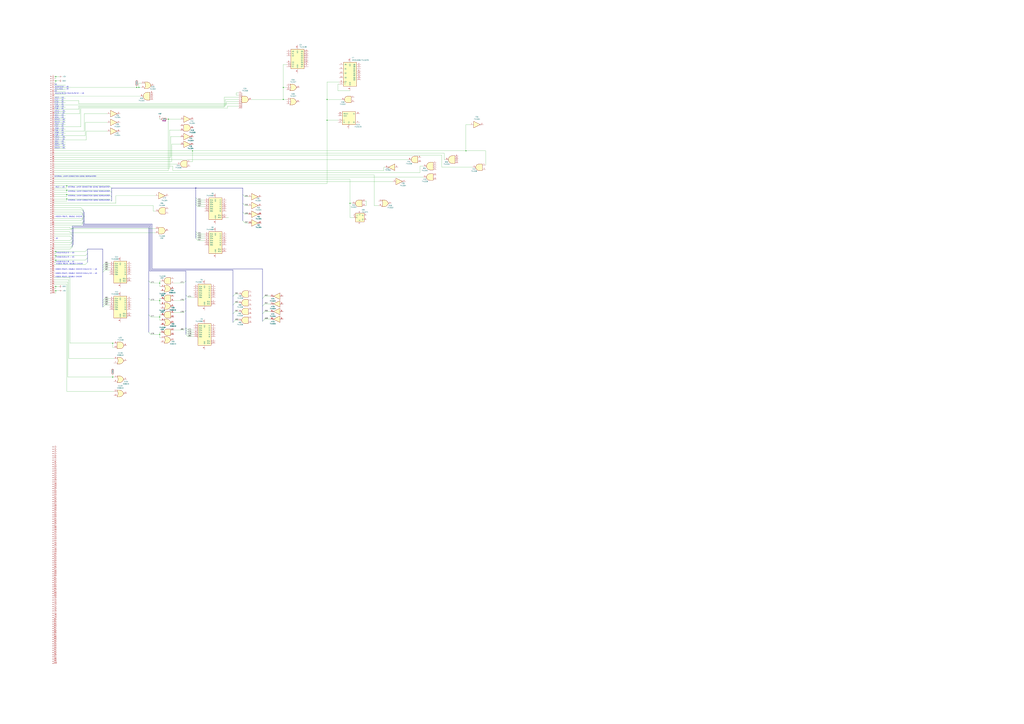
<source format=kicad_sch>
(kicad_sch (version 20231120) (generator "eeschema") (generator_version "8.0")
  (paper "A0")
  (lib_symbols
    (symbol "74xx:74LS00" (pin_names (offset 1.016))
      (property "Reference" "U" (at 0 1.27 0))
      (property "Value" "74LS00" (at 0 -1.27 0))
      (symbol "74LS00_1_1"
        (pin input line (at -7.62 2.54 0) (length 3.81) (name "~") (number "1"))
        (pin input line (at -7.62 -2.54 0) (length 3.81) (name "~") (number "2"))
        (pin output inverted (at 7.62 0 180) (length 3.81) (name "~") (number "3"))
      )
      (symbol "74LS00_1_2"
        (pin input inverted (at -7.62 2.54 0) (length 4.318) (name "~") (number "1"))
        (pin input inverted (at -7.62 -2.54 0) (length 4.318) (name "~") (number "2"))
        (pin output line (at 7.62 0 180) (length 3.81) (name "~") (number "3"))
      )
      (symbol "74LS00_2_1"
        (pin input line (at -7.62 2.54 0) (length 3.81) (name "~") (number "4"))
        (pin input line (at -7.62 -2.54 0) (length 3.81) (name "~") (number "5"))
        (pin output inverted (at 7.62 0 180) (length 3.81) (name "~") (number "6"))
      )
      (symbol "74LS00_2_2"
        (pin input inverted (at -7.62 2.54 0) (length 4.318) (name "~") (number "4"))
        (pin input inverted (at -7.62 -2.54 0) (length 4.318) (name "~") (number "5"))
        (pin output line (at 7.62 0 180) (length 3.81) (name "~") (number "6"))
      )
      (symbol "74LS00_3_1"
        (pin input line (at -7.62 -2.54 0) (length 3.81) (name "~") (number "10"))
        (pin output inverted (at 7.62 0 180) (length 3.81) (name "~") (number "8"))
        (pin input line (at -7.62 2.54 0) (length 3.81) (name "~") (number "9"))
      )
      (symbol "74LS00_3_2"
        (pin input inverted (at -7.62 -2.54 0) (length 4.318) (name "~") (number "10"))
        (pin output line (at 7.62 0 180) (length 3.81) (name "~") (number "8"))
        (pin input inverted (at -7.62 2.54 0) (length 4.318) (name "~") (number "9"))
      )
      (symbol "74LS00_4_1"
        (pin output inverted (at 7.62 0 180) (length 3.81) (name "~") (number "11"))
        (pin input line (at -7.62 2.54 0) (length 3.81) (name "~") (number "12"))
        (pin input line (at -7.62 -2.54 0) (length 3.81) (name "~") (number "13"))
      )
      (symbol "74LS00_4_2"
        (pin output line (at 7.62 0 180) (length 3.81) (name "~") (number "11"))
        (pin input inverted (at -7.62 2.54 0) (length 4.318) (name "~") (number "12"))
        (pin input inverted (at -7.62 -2.54 0) (length 4.318) (name "~") (number "13"))
      )
      (symbol "74LS00_5_0"
        (pin power_in line (at 0 12.7 270) (length 5.08) (name "VCC") (number "14"))
        (pin power_in line (at 0 -12.7 90) (length 5.08) (name "GND") (number "7"))
      )
    )
    (symbol "74xx:74LS02" (pin_names (offset 1.016))
      (property "Reference" "U" (at 0 1.27 0))
      (property "Value" "74LS02" (at 0 -1.27 0))
      (symbol "74LS02_1_1"
        (pin output inverted (at 7.62 0 180) (length 3.81) (name "~") (number "1"))
        (pin input line (at -7.62 2.54 0) (length 4.318) (name "~") (number "2"))
        (pin input line (at -7.62 -2.54 0) (length 4.318) (name "~") (number "3"))
      )
      (symbol "74LS02_1_2"
        (pin output line (at 7.62 0 180) (length 3.81) (name "~") (number "1"))
        (pin input inverted (at -7.62 2.54 0) (length 3.81) (name "~") (number "2"))
        (pin input inverted (at -7.62 -2.54 0) (length 3.81) (name "~") (number "3"))
      )
      (symbol "74LS02_2_1"
        (pin output inverted (at 7.62 0 180) (length 3.81) (name "~") (number "4"))
        (pin input line (at -7.62 2.54 0) (length 4.318) (name "~") (number "5"))
        (pin input line (at -7.62 -2.54 0) (length 4.318) (name "~") (number "6"))
      )
      (symbol "74LS02_2_2"
        (pin output line (at 7.62 0 180) (length 3.81) (name "~") (number "4"))
        (pin input inverted (at -7.62 2.54 0) (length 3.81) (name "~") (number "5"))
        (pin input inverted (at -7.62 -2.54 0) (length 3.81) (name "~") (number "6"))
      )
      (symbol "74LS02_3_1"
        (pin output inverted (at 7.62 0 180) (length 3.81) (name "~") (number "10"))
        (pin input line (at -7.62 2.54 0) (length 4.318) (name "~") (number "8"))
        (pin input line (at -7.62 -2.54 0) (length 4.318) (name "~") (number "9"))
      )
      (symbol "74LS02_3_2"
        (pin output line (at 7.62 0 180) (length 3.81) (name "~") (number "10"))
        (pin input inverted (at -7.62 2.54 0) (length 3.81) (name "~") (number "8"))
        (pin input inverted (at -7.62 -2.54 0) (length 3.81) (name "~") (number "9"))
      )
      (symbol "74LS02_4_1"
        (pin input line (at -7.62 2.54 0) (length 4.318) (name "~") (number "11"))
        (pin input line (at -7.62 -2.54 0) (length 4.318) (name "~") (number "12"))
        (pin output inverted (at 7.62 0 180) (length 3.81) (name "~") (number "13"))
      )
      (symbol "74LS02_4_2"
        (pin input inverted (at -7.62 2.54 0) (length 3.81) (name "~") (number "11"))
        (pin input inverted (at -7.62 -2.54 0) (length 3.81) (name "~") (number "12"))
        (pin output line (at 7.62 0 180) (length 3.81) (name "~") (number "13"))
      )
      (symbol "74LS02_5_0"
        (pin power_in line (at 0 12.7 270) (length 5.08) (name "VCC") (number "14"))
        (pin power_in line (at 0 -12.7 90) (length 5.08) (name "GND") (number "7"))
      )
    )
    (symbol "74xx:74LS04"
      (property "Reference" "U" (at 0 1.27 0))
      (property "Value" "74LS04" (at 0 -1.27 0))
      (symbol "74LS04_1_0"
        (pin input line (at -7.62 0 0) (length 3.81) (name "~") (number "1"))
        (pin output inverted (at 7.62 0 180) (length 3.81) (name "~") (number "2"))
      )
      (symbol "74LS04_2_0"
        (pin input line (at -7.62 0 0) (length 3.81) (name "~") (number "3"))
        (pin output inverted (at 7.62 0 180) (length 3.81) (name "~") (number "4"))
      )
      (symbol "74LS04_3_0"
        (pin input line (at -7.62 0 0) (length 3.81) (name "~") (number "5"))
        (pin output inverted (at 7.62 0 180) (length 3.81) (name "~") (number "6"))
      )
      (symbol "74LS04_4_0"
        (pin output inverted (at 7.62 0 180) (length 3.81) (name "~") (number "8"))
        (pin input line (at -7.62 0 0) (length 3.81) (name "~") (number "9"))
      )
      (symbol "74LS04_5_0"
        (pin output inverted (at 7.62 0 180) (length 3.81) (name "~") (number "10"))
        (pin input line (at -7.62 0 0) (length 3.81) (name "~") (number "11"))
      )
      (symbol "74LS04_6_0"
        (pin output inverted (at 7.62 0 180) (length 3.81) (name "~") (number "12"))
        (pin input line (at -7.62 0 0) (length 3.81) (name "~") (number "13"))
      )
      (symbol "74LS04_7_0"
        (pin power_in line (at 0 12.7 270) (length 5.08) (name "VCC") (number "14"))
        (pin power_in line (at 0 -12.7 90) (length 5.08) (name "GND") (number "7"))
      )
    )
    (symbol "74xx:74LS08" (pin_names (offset 1.016))
      (property "Reference" "U" (at 0 1.27 0))
      (property "Value" "74LS08" (at 0 -1.27 0))
      (symbol "74LS08_1_1"
        (pin input line (at -7.62 2.54 0) (length 3.81) (name "~") (number "1"))
        (pin input line (at -7.62 -2.54 0) (length 3.81) (name "~") (number "2"))
        (pin output line (at 7.62 0 180) (length 3.81) (name "~") (number "3"))
      )
      (symbol "74LS08_1_2"
        (pin input inverted (at -7.62 2.54 0) (length 4.318) (name "~") (number "1"))
        (pin input inverted (at -7.62 -2.54 0) (length 4.318) (name "~") (number "2"))
        (pin output inverted (at 7.62 0 180) (length 3.81) (name "~") (number "3"))
      )
      (symbol "74LS08_2_1"
        (pin input line (at -7.62 2.54 0) (length 3.81) (name "~") (number "4"))
        (pin input line (at -7.62 -2.54 0) (length 3.81) (name "~") (number "5"))
        (pin output line (at 7.62 0 180) (length 3.81) (name "~") (number "6"))
      )
      (symbol "74LS08_2_2"
        (pin input inverted (at -7.62 2.54 0) (length 4.318) (name "~") (number "4"))
        (pin input inverted (at -7.62 -2.54 0) (length 4.318) (name "~") (number "5"))
        (pin output inverted (at 7.62 0 180) (length 3.81) (name "~") (number "6"))
      )
      (symbol "74LS08_3_1"
        (pin input line (at -7.62 -2.54 0) (length 3.81) (name "~") (number "10"))
        (pin output line (at 7.62 0 180) (length 3.81) (name "~") (number "8"))
        (pin input line (at -7.62 2.54 0) (length 3.81) (name "~") (number "9"))
      )
      (symbol "74LS08_3_2"
        (pin input inverted (at -7.62 -2.54 0) (length 4.318) (name "~") (number "10"))
        (pin output inverted (at 7.62 0 180) (length 3.81) (name "~") (number "8"))
        (pin input inverted (at -7.62 2.54 0) (length 4.318) (name "~") (number "9"))
      )
      (symbol "74LS08_4_1"
        (pin output line (at 7.62 0 180) (length 3.81) (name "~") (number "11"))
        (pin input line (at -7.62 2.54 0) (length 3.81) (name "~") (number "12"))
        (pin input line (at -7.62 -2.54 0) (length 3.81) (name "~") (number "13"))
      )
      (symbol "74LS08_4_2"
        (pin output inverted (at 7.62 0 180) (length 3.81) (name "~") (number "11"))
        (pin input inverted (at -7.62 2.54 0) (length 4.318) (name "~") (number "12"))
        (pin input inverted (at -7.62 -2.54 0) (length 4.318) (name "~") (number "13"))
      )
      (symbol "74LS08_5_0"
        (pin power_in line (at 0 12.7 270) (length 5.08) (name "VCC") (number "14"))
        (pin power_in line (at 0 -12.7 90) (length 5.08) (name "GND") (number "7"))
      )
    )
    (symbol "74xx:74LS123" (pin_names (offset 1.016))
      (property "Reference" "U" (at -7.62 8.89 0))
      (property "Value" "74LS123" (at -7.62 -8.89 0))
      (symbol "74LS123_1_0"
        (pin input inverted (at -12.7 -2.54 0) (length 5.08) (name "A") (number "1"))
        (pin output line (at 12.7 5.08 180) (length 5.08) (name "Q") (number "13"))
        (pin input line (at -12.7 2.54 0) (length 5.08) (name "Cext") (number "14"))
        (pin input line (at -12.7 5.08 0) (length 5.08) (name "RCext") (number "15"))
        (pin input line (at -12.7 -5.08 0) (length 5.08) (name "B") (number "2"))
        (pin input inverted (at 0 -12.7 90) (length 5.08) (name "Clr") (number "3"))
        (pin output line (at 12.7 -5.08 180) (length 5.08) (name "~{Q}") (number "4"))
      )
      (symbol "74LS123_2_0"
        (pin input line (at -12.7 -5.08 0) (length 5.08) (name "B") (number "10"))
        (pin input inverted (at 0 -12.7 90) (length 5.08) (name "Clr") (number "11"))
        (pin output line (at 12.7 -5.08 180) (length 5.08) (name "~{Q}") (number "12"))
        (pin output line (at 12.7 5.08 180) (length 5.08) (name "Q") (number "5"))
        (pin input line (at -12.7 2.54 0) (length 5.08) (name "Cext") (number "6"))
        (pin input line (at -12.7 5.08 0) (length 5.08) (name "RCext") (number "7"))
        (pin input inverted (at -12.7 -2.54 0) (length 5.08) (name "A") (number "9"))
      )
      (symbol "74LS123_3_0"
        (pin power_in line (at 0 12.7 270) (length 5.08) (name "VCC") (number "16"))
        (pin power_in line (at 0 -12.7 90) (length 5.08) (name "GND") (number "8"))
      )
    )
    (symbol "74xx:74LS138" (pin_names (offset 1.016))
      (property "Reference" "U" (at -7.62 11.43 0))
      (property "Value" "74LS138" (at -7.62 -13.97 0))
      (symbol "74LS138_1_0"
        (pin input line (at -12.7 7.62 0) (length 5.08) (name "A0") (number "1"))
        (pin output output_low (at 12.7 -5.08 180) (length 5.08) (name "O5") (number "10"))
        (pin output output_low (at 12.7 -2.54 180) (length 5.08) (name "O4") (number "11"))
        (pin output output_low (at 12.7 0 180) (length 5.08) (name "O3") (number "12"))
        (pin output output_low (at 12.7 2.54 180) (length 5.08) (name "O2") (number "13"))
        (pin output output_low (at 12.7 5.08 180) (length 5.08) (name "O1") (number "14"))
        (pin output output_low (at 12.7 7.62 180) (length 5.08) (name "O0") (number "15"))
        (pin power_in line (at 0 15.24 270) (length 5.08) (name "VCC") (number "16"))
        (pin input line (at -12.7 5.08 0) (length 5.08) (name "A1") (number "2"))
        (pin input line (at -12.7 2.54 0) (length 5.08) (name "A2") (number "3"))
        (pin input input_low (at -12.7 -10.16 0) (length 5.08) (name "E1") (number "4"))
        (pin input input_low (at -12.7 -7.62 0) (length 5.08) (name "E2") (number "5"))
        (pin input line (at -12.7 -5.08 0) (length 5.08) (name "E3") (number "6"))
        (pin output output_low (at 12.7 -10.16 180) (length 5.08) (name "O7") (number "7"))
        (pin power_in line (at 0 -17.78 90) (length 5.08) (name "GND") (number "8"))
        (pin output output_low (at 12.7 -7.62 180) (length 5.08) (name "O6") (number "9"))
      )
    )
    (symbol "74xx:74LS22" (pin_names (offset 1.016))
      (property "Reference" "U" (at 0 1.27 0))
      (property "Value" "74LS22" (at 0 -1.27 0))
      (symbol "74LS22_1_1"
        (pin input line (at -7.62 3.81 0) (length 3.81) (name "~") (number "1"))
        (pin input line (at -7.62 1.27 0) (length 3.81) (name "~") (number "2"))
        (pin input line (at -7.62 -1.27 0) (length 3.81) (name "~") (number "4"))
        (pin input line (at -7.62 -3.81 0) (length 3.81) (name "~") (number "5"))
        (pin output inverted (at 7.62 0 180) (length 3.81) (name "~") (number "6"))
      )
      (symbol "74LS22_1_2"
        (pin input inverted (at -7.62 3.81 0) (length 3.81) (name "~") (number "1"))
        (pin input inverted (at -7.62 1.27 0) (length 4.826) (name "~") (number "2"))
        (pin input inverted (at -7.62 -1.27 0) (length 4.826) (name "~") (number "4"))
        (pin input inverted (at -7.62 -3.81 0) (length 3.81) (name "~") (number "5"))
        (pin output line (at 7.62 0 180) (length 3.81) (name "~") (number "6"))
      )
      (symbol "74LS22_2_1"
        (pin input line (at -7.62 1.27 0) (length 3.81) (name "~") (number "10"))
        (pin input line (at -7.62 -1.27 0) (length 3.81) (name "~") (number "12"))
        (pin input line (at -7.62 -3.81 0) (length 3.81) (name "~") (number "13"))
        (pin output inverted (at 7.62 0 180) (length 3.81) (name "~") (number "8"))
        (pin input line (at -7.62 3.81 0) (length 3.81) (name "~") (number "9"))
      )
      (symbol "74LS22_2_2"
        (pin input inverted (at -7.62 1.27 0) (length 4.826) (name "~") (number "10"))
        (pin input inverted (at -7.62 -1.27 0) (length 4.826) (name "~") (number "12"))
        (pin input inverted (at -7.62 -3.81 0) (length 3.81) (name "~") (number "13"))
        (pin output line (at 7.62 0 180) (length 3.81) (name "~") (number "8"))
        (pin input inverted (at -7.62 3.81 0) (length 3.81) (name "~") (number "9"))
      )
      (symbol "74LS22_3_0"
        (pin power_in line (at 0 12.7 270) (length 5.08) (name "VCC") (number "14"))
        (pin power_in line (at 0 -12.7 90) (length 5.08) (name "GND") (number "7"))
      )
    )
    (symbol "74xx:74LS27" (pin_names (offset 1.016))
      (property "Reference" "U" (at 0 1.27 0))
      (property "Value" "74LS27" (at 0 -1.27 0))
      (symbol "74LS27_1_1"
        (pin input line (at -7.62 2.54 0) (length 4.318) (name "~") (number "1"))
        (pin output inverted (at 7.62 0 180) (length 3.81) (name "~") (number "12"))
        (pin input line (at -7.62 -2.54 0) (length 4.318) (name "~") (number "13"))
        (pin input line (at -7.62 0 0) (length 4.953) (name "~") (number "2"))
      )
      (symbol "74LS27_1_2"
        (pin input inverted (at -7.62 2.54 0) (length 3.81) (name "~") (number "1"))
        (pin output line (at 7.62 0 180) (length 3.81) (name "~") (number "12"))
        (pin input inverted (at -7.62 -2.54 0) (length 3.81) (name "~") (number "13"))
        (pin input inverted (at -7.62 0 0) (length 3.81) (name "~") (number "2"))
      )
      (symbol "74LS27_2_1"
        (pin input line (at -7.62 2.54 0) (length 4.318) (name "~") (number "3"))
        (pin input line (at -7.62 0 0) (length 4.953) (name "~") (number "4"))
        (pin input line (at -7.62 -2.54 0) (length 4.318) (name "~") (number "5"))
        (pin output inverted (at 7.62 0 180) (length 3.81) (name "~") (number "6"))
      )
      (symbol "74LS27_2_2"
        (pin input inverted (at -7.62 2.54 0) (length 3.81) (name "~") (number "3"))
        (pin input inverted (at -7.62 0 0) (length 3.81) (name "~") (number "4"))
        (pin input inverted (at -7.62 -2.54 0) (length 3.81) (name "~") (number "5"))
        (pin output line (at 7.62 0 180) (length 3.81) (name "~") (number "6"))
      )
      (symbol "74LS27_3_1"
        (pin input line (at -7.62 0 0) (length 4.953) (name "~") (number "10"))
        (pin input line (at -7.62 -2.54 0) (length 4.318) (name "~") (number "11"))
        (pin output inverted (at 7.62 0 180) (length 3.81) (name "~") (number "8"))
        (pin input line (at -7.62 2.54 0) (length 4.318) (name "~") (number "9"))
      )
      (symbol "74LS27_3_2"
        (pin input inverted (at -7.62 0 0) (length 3.81) (name "~") (number "10"))
        (pin input inverted (at -7.62 -2.54 0) (length 3.81) (name "~") (number "11"))
        (pin output line (at 7.62 0 180) (length 3.81) (name "~") (number "8"))
        (pin input inverted (at -7.62 2.54 0) (length 3.81) (name "~") (number "9"))
      )
      (symbol "74LS27_4_0"
        (pin power_in line (at 0 12.7 270) (length 5.08) (name "VCC") (number "14"))
        (pin power_in line (at 0 -12.7 90) (length 5.08) (name "GND") (number "7"))
      )
    )
    (symbol "74xx:74LS30" (pin_names (offset 1.016))
      (property "Reference" "U" (at 0 1.27 0))
      (property "Value" "74LS30" (at 0 -1.27 0))
      (symbol "74LS30_1_1"
        (pin input line (at -7.62 7.62 0) (length 3.81) (name "~") (number "1"))
        (pin input line (at -7.62 -7.62 0) (length 3.81) (name "~") (number "11"))
        (pin input line (at -7.62 -10.16 0) (length 3.81) (name "~") (number "12"))
        (pin input line (at -7.62 5.08 0) (length 3.81) (name "~") (number "2"))
        (pin input line (at -7.62 2.54 0) (length 3.81) (name "~") (number "3"))
        (pin input line (at -7.62 0 0) (length 3.81) (name "~") (number "4"))
        (pin input line (at -7.62 -2.54 0) (length 3.81) (name "~") (number "5"))
        (pin input line (at -7.62 -5.08 0) (length 3.81) (name "~") (number "6"))
        (pin output inverted (at 7.62 0 180) (length 3.81) (name "~") (number "8"))
      )
      (symbol "74LS30_1_2"
        (pin input inverted (at -7.62 7.62 0) (length 3.81) (name "~") (number "1"))
        (pin input inverted (at -7.62 -7.62 0) (length 3.81) (name "~") (number "11"))
        (pin input inverted (at -7.62 -10.16 0) (length 3.81) (name "~") (number "12"))
        (pin input inverted (at -7.62 5.08 0) (length 3.81) (name "~") (number "2"))
        (pin input inverted (at -7.62 2.54 0) (length 4.5466) (name "~") (number "3"))
        (pin input inverted (at -7.62 0 0) (length 5.08) (name "~") (number "4"))
        (pin input inverted (at -7.62 -2.54 0) (length 4.5466) (name "~") (number "5"))
        (pin input inverted (at -7.62 -5.08 0) (length 3.81) (name "~") (number "6"))
        (pin output line (at 7.62 0 180) (length 3.81) (name "~") (number "8"))
      )
      (symbol "74LS30_2_0"
        (pin power_in line (at 0 12.7 270) (length 5.08) (name "VCC") (number "14"))
        (pin power_in line (at 0 -12.7 90) (length 5.08) (name "GND") (number "7"))
      )
    )
    (symbol "74xx:74LS367" (pin_names (offset 1.016))
      (property "Reference" "U" (at -7.62 13.97 0))
      (property "Value" "74LS367" (at -7.62 -13.97 0))
      (symbol "74LS367_1_0"
        (pin input inverted (at -12.7 -7.62 0) (length 5.08) (name "OEa") (number "1"))
        (pin input line (at -12.7 2.54 0) (length 5.08) (name "I4") (number "10"))
        (pin tri_state line (at 12.7 0 180) (length 5.08) (name "O5b") (number "11"))
        (pin input line (at -12.7 0 0) (length 5.08) (name "I5") (number "12"))
        (pin tri_state line (at 12.7 -2.54 180) (length 5.08) (name "O6b") (number "13"))
        (pin input line (at -12.7 -2.54 0) (length 5.08) (name "I6") (number "14"))
        (pin input inverted (at -12.7 -10.16 0) (length 5.08) (name "OEb") (number "15"))
        (pin power_in line (at 0 17.78 270) (length 5.08) (name "VCC") (number "16"))
        (pin input line (at -12.7 10.16 0) (length 5.08) (name "I1") (number "2"))
        (pin tri_state line (at 12.7 10.16 180) (length 5.08) (name "O1a") (number "3"))
        (pin input line (at -12.7 7.62 0) (length 5.08) (name "I2") (number "4"))
        (pin tri_state line (at 12.7 7.62 180) (length 5.08) (name "O2a") (number "5"))
        (pin input line (at -12.7 5.08 0) (length 5.08) (name "I3") (number "6"))
        (pin tri_state line (at 12.7 5.08 180) (length 5.08) (name "O3a") (number "7"))
        (pin power_in line (at 0 -17.78 90) (length 5.08) (name "GND") (number "8"))
        (pin tri_state line (at 12.7 2.54 180) (length 5.08) (name "O4a") (number "9"))
      )
    )
    (symbol "74xx:74LS368" (pin_names (offset 1.016))
      (property "Reference" "U" (at -7.62 13.97 0))
      (property "Value" "74LS368" (at -7.62 -13.97 0))
      (symbol "74LS368_1_0"
        (pin input inverted (at -12.7 -7.62 0) (length 5.08) (name "OEa") (number "1"))
        (pin input line (at -12.7 2.54 0) (length 5.08) (name "I4") (number "10"))
        (pin tri_state inverted (at 12.7 0 180) (length 5.08) (name "O5b") (number "11"))
        (pin input line (at -12.7 0 0) (length 5.08) (name "I5") (number "12"))
        (pin tri_state inverted (at 12.7 -2.54 180) (length 5.08) (name "O6b") (number "13"))
        (pin input line (at -12.7 -2.54 0) (length 5.08) (name "I6") (number "14"))
        (pin input inverted (at -12.7 -10.16 0) (length 5.08) (name "OEb") (number "15"))
        (pin power_in line (at 0 17.78 270) (length 5.08) (name "VCC") (number "16"))
        (pin input line (at -12.7 10.16 0) (length 5.08) (name "I1") (number "2"))
        (pin tri_state inverted (at 12.7 10.16 180) (length 5.08) (name "O1a") (number "3"))
        (pin input line (at -12.7 7.62 0) (length 5.08) (name "I2") (number "4"))
        (pin tri_state inverted (at 12.7 7.62 180) (length 5.08) (name "O2a") (number "5"))
        (pin input line (at -12.7 5.08 0) (length 5.08) (name "I3") (number "6"))
        (pin tri_state inverted (at 12.7 5.08 180) (length 5.08) (name "O3a") (number "7"))
        (pin power_in line (at 0 -17.78 90) (length 5.08) (name "GND") (number "8"))
        (pin tri_state inverted (at 12.7 2.54 180) (length 5.08) (name "O4a") (number "9"))
      )
    )
    (symbol "74xx:74LS37" (pin_names (offset 1.016))
      (property "Reference" "U" (at 0 1.27 0))
      (property "Value" "74LS37" (at 0 -1.27 0))
      (symbol "74LS37_1_1"
        (pin input line (at -7.62 2.54 0) (length 3.81) (name "~") (number "1"))
        (pin input line (at -7.62 -2.54 0) (length 3.81) (name "~") (number "2"))
        (pin output inverted (at 7.62 0 180) (length 3.81) (name "~") (number "3"))
      )
      (symbol "74LS37_1_2"
        (pin input inverted (at -7.62 2.54 0) (length 4.318) (name "~") (number "1"))
        (pin input inverted (at -7.62 -2.54 0) (length 4.318) (name "~") (number "2"))
        (pin output line (at 7.62 0 180) (length 3.81) (name "~") (number "3"))
      )
      (symbol "74LS37_2_1"
        (pin input line (at -7.62 2.54 0) (length 3.81) (name "~") (number "4"))
        (pin input line (at -7.62 -2.54 0) (length 3.81) (name "~") (number "5"))
        (pin output inverted (at 7.62 0 180) (length 3.81) (name "~") (number "6"))
      )
      (symbol "74LS37_2_2"
        (pin input inverted (at -7.62 2.54 0) (length 4.318) (name "~") (number "4"))
        (pin input inverted (at -7.62 -2.54 0) (length 4.318) (name "~") (number "5"))
        (pin output line (at 7.62 0 180) (length 3.81) (name "~") (number "6"))
      )
      (symbol "74LS37_3_1"
        (pin input line (at -7.62 -2.54 0) (length 3.81) (name "~") (number "10"))
        (pin output inverted (at 7.62 0 180) (length 3.81) (name "~") (number "8"))
        (pin input line (at -7.62 2.54 0) (length 3.81) (name "~") (number "9"))
      )
      (symbol "74LS37_3_2"
        (pin input inverted (at -7.62 -2.54 0) (length 4.318) (name "~") (number "10"))
        (pin output line (at 7.62 0 180) (length 3.81) (name "~") (number "8"))
        (pin input inverted (at -7.62 2.54 0) (length 4.318) (name "~") (number "9"))
      )
      (symbol "74LS37_4_1"
        (pin output inverted (at 7.62 0 180) (length 3.81) (name "~") (number "11"))
        (pin input line (at -7.62 2.54 0) (length 3.81) (name "~") (number "12"))
        (pin input line (at -7.62 -2.54 0) (length 3.81) (name "~") (number "13"))
      )
      (symbol "74LS37_4_2"
        (pin output line (at 7.62 0 180) (length 3.81) (name "~") (number "11"))
        (pin input inverted (at -7.62 2.54 0) (length 4.318) (name "~") (number "12"))
        (pin input inverted (at -7.62 -2.54 0) (length 4.318) (name "~") (number "13"))
      )
      (symbol "74LS37_5_0"
        (pin power_in line (at 0 12.7 270) (length 5.08) (name "VCC") (number "14"))
        (pin power_in line (at 0 -12.7 90) (length 5.08) (name "GND") (number "7"))
      )
    )
    (symbol "74xx:74LS379" (pin_names (offset 1.016))
      (property "Reference" "U" (at -7.62 13.97 0))
      (property "Value" "74LS379" (at -7.62 -16.51 0))
      (symbol "74LS379_1_0"
        (pin input line (at -12.7 -12.7 0) (length 5.08) (name "~{E}") (number "1"))
        (pin output line (at 12.7 0 180) (length 5.08) (name "Q2") (number "10"))
        (pin output line (at 12.7 -2.54 180) (length 5.08) (name "~{Q2}") (number "11"))
        (pin input line (at -12.7 0 0) (length 5.08) (name "D2") (number "12"))
        (pin input line (at -12.7 -5.08 0) (length 5.08) (name "D3") (number "13"))
        (pin output line (at 12.7 -7.62 180) (length 5.08) (name "~{Q3}") (number "14"))
        (pin output line (at 12.7 -5.08 180) (length 5.08) (name "Q3") (number "15"))
        (pin power_in line (at 0 17.78 270) (length 5.08) (name "VCC") (number "16"))
        (pin output line (at 12.7 10.16 180) (length 5.08) (name "Q0") (number "2"))
        (pin output line (at 12.7 7.62 180) (length 5.08) (name "~{Q0}") (number "3"))
        (pin input line (at -12.7 10.16 0) (length 5.08) (name "D0") (number "4"))
        (pin input line (at -12.7 5.08 0) (length 5.08) (name "D1") (number "5"))
        (pin output line (at 12.7 2.54 180) (length 5.08) (name "~{Q1}") (number "6"))
        (pin output line (at 12.7 5.08 180) (length 5.08) (name "Q1") (number "7"))
        (pin power_in line (at 0 -20.32 90) (length 5.08) (name "GND") (number "8"))
        (pin input clock (at -12.7 -10.16 0) (length 5.08) (name "CP") (number "9"))
      )
    )
    (symbol "74xx:74LS38" (pin_names (offset 1.016))
      (property "Reference" "U" (at 0 1.27 0))
      (property "Value" "74LS38" (at 0 -1.27 0))
      (symbol "74LS38_1_1"
        (pin input line (at -7.62 2.54 0) (length 3.81) (name "~") (number "1"))
        (pin input line (at -7.62 -2.54 0) (length 3.81) (name "~") (number "2"))
        (pin open_collector inverted (at 7.62 0 180) (length 3.81) (name "~") (number "3"))
      )
      (symbol "74LS38_1_2"
        (pin input inverted (at -7.62 2.54 0) (length 4.318) (name "~") (number "1"))
        (pin input inverted (at -7.62 -2.54 0) (length 4.318) (name "~") (number "2"))
        (pin open_collector line (at 7.62 0 180) (length 3.81) (name "~") (number "3"))
      )
      (symbol "74LS38_2_1"
        (pin input line (at -7.62 2.54 0) (length 3.81) (name "~") (number "4"))
        (pin input line (at -7.62 -2.54 0) (length 3.81) (name "~") (number "5"))
        (pin open_collector inverted (at 7.62 0 180) (length 3.81) (name "~") (number "6"))
      )
      (symbol "74LS38_2_2"
        (pin input inverted (at -7.62 2.54 0) (length 4.318) (name "~") (number "4"))
        (pin input inverted (at -7.62 -2.54 0) (length 4.318) (name "~") (number "5"))
        (pin open_collector line (at 7.62 0 180) (length 3.81) (name "~") (number "6"))
      )
      (symbol "74LS38_3_1"
        (pin input line (at -7.62 -2.54 0) (length 3.81) (name "~") (number "10"))
        (pin open_collector inverted (at 7.62 0 180) (length 3.81) (name "~") (number "8"))
        (pin input line (at -7.62 2.54 0) (length 3.81) (name "~") (number "9"))
      )
      (symbol "74LS38_3_2"
        (pin input inverted (at -7.62 -2.54 0) (length 4.318) (name "~") (number "10"))
        (pin open_collector line (at 7.62 0 180) (length 3.81) (name "~") (number "8"))
        (pin input inverted (at -7.62 2.54 0) (length 4.318) (name "~") (number "9"))
      )
      (symbol "74LS38_4_1"
        (pin open_collector inverted (at 7.62 0 180) (length 3.81) (name "~") (number "11"))
        (pin input line (at -7.62 2.54 0) (length 3.81) (name "~") (number "12"))
        (pin input line (at -7.62 -2.54 0) (length 3.81) (name "~") (number "13"))
      )
      (symbol "74LS38_4_2"
        (pin open_collector line (at 7.62 0 180) (length 3.81) (name "~") (number "11"))
        (pin input inverted (at -7.62 2.54 0) (length 4.318) (name "~") (number "12"))
        (pin input inverted (at -7.62 -2.54 0) (length 4.318) (name "~") (number "13"))
      )
      (symbol "74LS38_5_0"
        (pin power_in line (at 0 12.7 270) (length 5.08) (name "VCC") (number "14"))
        (pin power_in line (at 0 -12.7 90) (length 5.08) (name "GND") (number "7"))
      )
    )
    (symbol "74xx:74LS40" (pin_names (offset 1.016))
      (property "Reference" "U" (at 0 1.27 0))
      (property "Value" "74LS40" (at 0 -1.27 0))
      (symbol "74LS40_1_1"
        (pin input line (at -7.62 3.81 0) (length 3.81) (name "~") (number "1"))
        (pin input line (at -7.62 1.27 0) (length 3.81) (name "~") (number "2"))
        (pin input line (at -7.62 -1.27 0) (length 3.81) (name "~") (number "4"))
        (pin input line (at -7.62 -3.81 0) (length 3.81) (name "~") (number "5"))
        (pin output inverted (at 7.62 0 180) (length 3.81) (name "~") (number "6"))
      )
      (symbol "74LS40_1_2"
        (pin input inverted (at -7.62 3.81 0) (length 3.81) (name "~") (number "1"))
        (pin input inverted (at -7.62 1.27 0) (length 4.826) (name "~") (number "2"))
        (pin input inverted (at -7.62 -1.27 0) (length 4.826) (name "~") (number "4"))
        (pin input inverted (at -7.62 -3.81 0) (length 3.81) (name "~") (number "5"))
        (pin output line (at 7.62 0 180) (length 3.81) (name "~") (number "6"))
      )
      (symbol "74LS40_2_1"
        (pin input line (at -7.62 1.27 0) (length 3.81) (name "~") (number "10"))
        (pin input line (at -7.62 -1.27 0) (length 3.81) (name "~") (number "12"))
        (pin input line (at -7.62 -3.81 0) (length 3.81) (name "~") (number "13"))
        (pin output inverted (at 7.62 0 180) (length 3.81) (name "~") (number "8"))
        (pin input line (at -7.62 3.81 0) (length 3.81) (name "~") (number "9"))
      )
      (symbol "74LS40_2_2"
        (pin input inverted (at -7.62 1.27 0) (length 4.826) (name "~") (number "10"))
        (pin input inverted (at -7.62 -1.27 0) (length 4.826) (name "~") (number "12"))
        (pin input inverted (at -7.62 -3.81 0) (length 3.81) (name "~") (number "13"))
        (pin output line (at 7.62 0 180) (length 3.81) (name "~") (number "8"))
        (pin input inverted (at -7.62 3.81 0) (length 3.81) (name "~") (number "9"))
      )
      (symbol "74LS40_3_0"
        (pin power_in line (at 0 12.7 270) (length 5.08) (name "VCC") (number "14"))
        (pin power_in line (at 0 -12.7 90) (length 5.08) (name "GND") (number "7"))
      )
    )
    (symbol "74xx:74LS74" (pin_names (offset 1.016))
      (property "Reference" "U" (at -7.62 8.89 0))
      (property "Value" "74LS74" (at -7.62 -8.89 0))
      (symbol "74LS74_1_0"
        (pin input line (at 0 -7.62 90) (length 2.54) (name "~{R}") (number "1"))
        (pin input line (at -7.62 2.54 0) (length 2.54) (name "D") (number "2"))
        (pin input clock (at -7.62 0 0) (length 2.54) (name "C") (number "3"))
        (pin input line (at 0 7.62 270) (length 2.54) (name "~{S}") (number "4"))
        (pin output line (at 7.62 2.54 180) (length 2.54) (name "Q") (number "5"))
        (pin output line (at 7.62 -2.54 180) (length 2.54) (name "~{Q}") (number "6"))
      )
      (symbol "74LS74_2_0"
        (pin input line (at 0 7.62 270) (length 2.54) (name "~{S}") (number "10"))
        (pin input clock (at -7.62 0 0) (length 2.54) (name "C") (number "11"))
        (pin input line (at -7.62 2.54 0) (length 2.54) (name "D") (number "12"))
        (pin input line (at 0 -7.62 90) (length 2.54) (name "~{R}") (number "13"))
        (pin output line (at 7.62 -2.54 180) (length 2.54) (name "~{Q}") (number "8"))
        (pin output line (at 7.62 2.54 180) (length 2.54) (name "Q") (number "9"))
      )
      (symbol "74LS74_3_0"
        (pin power_in line (at 0 10.16 270) (length 2.54) (name "VCC") (number "14"))
        (pin power_in line (at 0 -10.16 90) (length 2.54) (name "GND") (number "7"))
      )
    )
    (symbol "Device:R" (pin_numbers hide) (pin_names (offset 0))
      (property "Reference" "R" (at 2.032 0 90))
      (property "Value" "R" (at 0 0 90))
      (symbol "R_1_1"
        (pin passive line (at 0 3.81 270) (length 1.27) (name "~") (number "1"))
        (pin passive line (at 0 -3.81 90) (length 1.27) (name "~") (number "2"))
      )
    )
    (symbol "User:Conn_100p" (pin_names hide)
      (property "Reference" "U" (at -9.398 -0.762 0))
      (symbol "Conn_100p_1_1"
        (pin passive line (at 5.08 151.13 180) (length 3.81) (name "Pin_1") (number "1"))
        (pin passive line (at 5.08 128.27 180) (length 3.81) (name "Pin_10") (number "10"))
        (pin passive line (at 5.08 -100.33 180) (length 3.81) (name "Pin_100") (number "100"))
        (pin passive line (at 5.08 125.73 180) (length 3.81) (name "Pin_11") (number "11"))
        (pin passive line (at 5.08 123.19 180) (length 3.81) (name "Pin_12") (number "12"))
        (pin passive line (at 5.08 120.65 180) (length 3.81) (name "Pin_13") (number "13"))
        (pin passive line (at 5.08 118.11 180) (length 3.81) (name "Pin_14") (number "14"))
        (pin passive line (at 5.08 115.57 180) (length 3.81) (name "Pin_15") (number "15"))
        (pin passive line (at 5.08 113.03 180) (length 3.81) (name "Pin_16") (number "16"))
        (pin passive line (at 5.08 110.49 180) (length 3.81) (name "Pin_17") (number "17"))
        (pin passive line (at 5.08 107.95 180) (length 3.81) (name "Pin_18") (number "18"))
        (pin passive line (at 5.08 105.41 180) (length 3.81) (name "Pin_19") (number "19"))
        (pin passive line (at 5.08 148.59 180) (length 3.81) (name "Pin_2") (number "2"))
        (pin passive line (at 5.08 102.87 180) (length 3.81) (name "Pin_20") (number "20"))
        (pin passive line (at 5.08 100.33 180) (length 3.81) (name "Pin_21") (number "21"))
        (pin passive line (at 5.08 97.79 180) (length 3.81) (name "Pin_22") (number "22"))
        (pin passive line (at 5.08 95.25 180) (length 3.81) (name "Pin_23") (number "23"))
        (pin passive line (at 5.08 92.71 180) (length 3.81) (name "Pin_24") (number "24"))
        (pin passive line (at 5.08 90.17 180) (length 3.81) (name "Pin_25") (number "25"))
        (pin passive line (at 5.08 87.63 180) (length 3.81) (name "Pin_26") (number "26"))
        (pin passive line (at 5.08 85.09 180) (length 3.81) (name "Pin_27") (number "27"))
        (pin passive line (at 5.08 82.55 180) (length 3.81) (name "Pin_28") (number "28"))
        (pin passive line (at 5.08 80.01 180) (length 3.81) (name "Pin_29") (number "29"))
        (pin passive line (at 5.08 146.05 180) (length 3.81) (name "Pin_3") (number "3"))
        (pin passive line (at 5.08 77.47 180) (length 3.81) (name "Pin_30") (number "30"))
        (pin passive line (at 5.08 74.93 180) (length 3.81) (name "Pin_31") (number "31"))
        (pin passive line (at 5.08 72.39 180) (length 3.81) (name "Pin_32") (number "32"))
        (pin passive line (at 5.08 69.85 180) (length 3.81) (name "Pin_33") (number "33"))
        (pin passive line (at 5.08 67.31 180) (length 3.81) (name "Pin_34") (number "34"))
        (pin passive line (at 5.08 64.77 180) (length 3.81) (name "Pin_35") (number "35"))
        (pin passive line (at 5.08 62.23 180) (length 3.81) (name "Pin_36") (number "36"))
        (pin passive line (at 5.08 59.69 180) (length 3.81) (name "Pin_37") (number "37"))
        (pin passive line (at 5.08 57.15 180) (length 3.81) (name "Pin_38") (number "38"))
        (pin passive line (at 5.08 54.61 180) (length 3.81) (name "Pin_39") (number "39"))
        (pin passive line (at 5.08 143.51 180) (length 3.81) (name "Pin_4") (number "4"))
        (pin passive line (at 5.08 52.07 180) (length 3.81) (name "Pin_40") (number "40"))
        (pin passive line (at 5.08 49.53 180) (length 3.81) (name "Pin_41") (number "41"))
        (pin passive line (at 5.08 46.99 180) (length 3.81) (name "Pin_42") (number "42"))
        (pin passive line (at 5.08 44.45 180) (length 3.81) (name "Pin_43") (number "43"))
        (pin passive line (at 5.08 41.91 180) (length 3.81) (name "Pin_44") (number "44"))
        (pin passive line (at 5.08 39.37 180) (length 3.81) (name "Pin_45") (number "45"))
        (pin passive line (at 5.08 36.83 180) (length 3.81) (name "Pin_46") (number "46"))
        (pin passive line (at 5.08 34.29 180) (length 3.81) (name "Pin_47") (number "47"))
        (pin passive line (at 5.08 31.75 180) (length 3.81) (name "Pin_48") (number "48"))
        (pin passive line (at 5.08 29.21 180) (length 3.81) (name "Pin_49") (number "49"))
        (pin passive line (at 5.08 140.97 180) (length 3.81) (name "Pin_5") (number "5"))
        (pin passive line (at 5.08 26.67 180) (length 3.81) (name "Pin_50") (number "50"))
        (pin passive line (at 5.08 24.13 180) (length 3.81) (name "Pin_51") (number "51"))
        (pin passive line (at 5.08 21.59 180) (length 3.81) (name "Pin_52") (number "52"))
        (pin passive line (at 5.08 19.05 180) (length 3.81) (name "Pin_53") (number "53"))
        (pin passive line (at 5.08 16.51 180) (length 3.81) (name "Pin_54") (number "54"))
        (pin passive line (at 5.08 13.97 180) (length 3.81) (name "Pin_55") (number "55"))
        (pin passive line (at 5.08 11.43 180) (length 3.81) (name "Pin_56") (number "56"))
        (pin passive line (at 5.08 8.89 180) (length 3.81) (name "Pin_57") (number "57"))
        (pin passive line (at 5.08 6.35 180) (length 3.81) (name "Pin_58") (number "58"))
        (pin passive line (at 5.08 3.81 180) (length 3.81) (name "Pin_59") (number "59"))
        (pin passive line (at 5.08 138.43 180) (length 3.81) (name "Pin_6") (number "6"))
        (pin passive line (at 5.08 1.27 180) (length 3.81) (name "Pin_60") (number "60"))
        (pin passive line (at 5.08 -1.27 180) (length 3.81) (name "Pin_61") (number "61"))
        (pin passive line (at 5.08 -3.81 180) (length 3.81) (name "Pin_62") (number "62"))
        (pin passive line (at 5.08 -6.35 180) (length 3.81) (name "Pin_63") (number "63"))
        (pin passive line (at 5.08 -8.89 180) (length 3.81) (name "Pin_64") (number "64"))
        (pin passive line (at 5.08 -11.43 180) (length 3.81) (name "Pin_65") (number "65"))
        (pin passive line (at 5.08 -13.97 180) (length 3.81) (name "Pin_66") (number "66"))
        (pin passive line (at 5.08 -16.51 180) (length 3.81) (name "Pin_67") (number "67"))
        (pin passive line (at 5.08 -19.05 180) (length 3.81) (name "Pin_68") (number "68"))
        (pin passive line (at 5.08 -21.59 180) (length 3.81) (name "Pin_69") (number "69"))
        (pin passive line (at 5.08 135.89 180) (length 3.81) (name "Pin_7") (number "7"))
        (pin passive line (at 5.08 -24.13 180) (length 3.81) (name "Pin_70") (number "70"))
        (pin passive line (at 5.08 -26.67 180) (length 3.81) (name "Pin_71") (number "71"))
        (pin passive line (at 5.08 -29.21 180) (length 3.81) (name "Pin_72") (number "72"))
        (pin passive line (at 5.08 -31.75 180) (length 3.81) (name "Pin_73") (number "73"))
        (pin passive line (at 5.08 -34.29 180) (length 3.81) (name "Pin_74") (number "74"))
        (pin passive line (at 5.08 -36.83 180) (length 3.81) (name "Pin_75") (number "75"))
        (pin passive line (at 5.08 -39.37 180) (length 3.81) (name "Pin_76") (number "76"))
        (pin passive line (at 5.08 -41.91 180) (length 3.81) (name "Pin_77") (number "77"))
        (pin passive line (at 5.08 -44.45 180) (length 3.81) (name "Pin_78") (number "78"))
        (pin passive line (at 5.08 -46.99 180) (length 3.81) (name "Pin_79") (number "79"))
        (pin passive line (at 5.08 133.35 180) (length 3.81) (name "Pin_8") (number "8"))
        (pin passive line (at 5.08 -49.53 180) (length 3.81) (name "Pin_80") (number "80"))
        (pin passive line (at 5.08 -52.07 180) (length 3.81) (name "Pin_81") (number "81"))
        (pin passive line (at 5.08 -54.61 180) (length 3.81) (name "Pin_82") (number "82"))
        (pin passive line (at 5.08 -57.15 180) (length 3.81) (name "Pin_83") (number "83"))
        (pin passive line (at 5.08 -59.69 180) (length 3.81) (name "Pin_84") (number "84"))
        (pin passive line (at 5.08 -62.23 180) (length 3.81) (name "Pin_85") (number "85"))
        (pin passive line (at 5.08 -64.77 180) (length 3.81) (name "Pin_86") (number "86"))
        (pin passive line (at 5.08 -67.31 180) (length 3.81) (name "Pin_87") (number "87"))
        (pin passive line (at 5.08 -69.85 180) (length 3.81) (name "Pin_88") (number "88"))
        (pin passive line (at 5.08 -72.39 180) (length 3.81) (name "Pin_89") (number "89"))
        (pin passive line (at 5.08 130.81 180) (length 3.81) (name "Pin_9") (number "9"))
        (pin passive line (at 5.08 -74.93 180) (length 3.81) (name "Pin_90") (number "90"))
        (pin passive line (at 5.08 -77.47 180) (length 3.81) (name "Pin_91") (number "91"))
        (pin passive line (at 5.08 -80.01 180) (length 3.81) (name "Pin_92") (number "92"))
        (pin passive line (at 5.08 -82.55 180) (length 3.81) (name "Pin_93") (number "93"))
        (pin passive line (at 5.08 -85.09 180) (length 3.81) (name "Pin_94") (number "94"))
        (pin passive line (at 5.08 -87.63 180) (length 3.81) (name "Pin_95") (number "95"))
        (pin passive line (at 5.08 -90.17 180) (length 3.81) (name "Pin_96") (number "96"))
        (pin passive line (at 5.08 -92.71 180) (length 3.81) (name "Pin_97") (number "97"))
        (pin passive line (at 5.08 -95.25 180) (length 3.81) (name "Pin_98") (number "98"))
        (pin passive line (at 5.08 -97.79 180) (length 3.81) (name "Pin_99") (number "99"))
      )
    )
    (symbol "User:DS8640" (pin_names (offset 1.016))
      (property "Reference" "U" (at 0 1.27 0))
      (property "Value" "DS8640" (at 0 -1.27 0))
      (symbol "DS8640_1_1"
        (pin output inverted (at 7.62 0 180) (length 3.81) (name "~") (number "3"))
        (pin input line (at -7.62 2.54 0) (length 4.318) (name "~") (number "4"))
        (pin input line (at -7.62 -2.54 0) (length 4.318) (name "~") (number "5"))
      )
      (symbol "DS8640_1_2"
        (pin output line (at 7.62 0 180) (length 3.81) (name "~") (number "1"))
        (pin input inverted (at -7.62 2.54 0) (length 3.81) (name "~") (number "2"))
        (pin input inverted (at -7.62 -2.54 0) (length 3.81) (name "~") (number "3"))
      )
      (symbol "DS8640_2_1"
        (pin output inverted (at 7.62 0 180) (length 3.81) (name "~") (number "2"))
        (pin input line (at -7.62 2.54 0) (length 4.318) (name "~") (number "6"))
        (pin input line (at -7.62 -2.54 0) (length 4.318) (name "~") (number "7"))
      )
      (symbol "DS8640_2_2"
        (pin output line (at 7.62 0 180) (length 3.81) (name "~") (number "4"))
        (pin input inverted (at -7.62 2.54 0) (length 3.81) (name "~") (number "5"))
        (pin input inverted (at -7.62 -2.54 0) (length 3.81) (name "~") (number "6"))
      )
      (symbol "DS8640_3_1"
        (pin input line (at -7.62 -2.54 0) (length 4.318) (name "~") (number "10"))
        (pin output inverted (at 7.62 0 180) (length 3.81) (name "~") (number "14"))
        (pin input line (at -7.62 2.54 0) (length 4.318) (name "~") (number "9"))
      )
      (symbol "DS8640_3_2"
        (pin output line (at 7.62 0 180) (length 3.81) (name "~") (number "10"))
        (pin input inverted (at -7.62 2.54 0) (length 3.81) (name "~") (number "8"))
        (pin input inverted (at -7.62 -2.54 0) (length 3.81) (name "~") (number "9"))
      )
      (symbol "DS8640_4_1"
        (pin input line (at -7.62 2.54 0) (length 4.318) (name "~") (number "11"))
        (pin input line (at -7.62 -2.54 0) (length 4.318) (name "~") (number "12"))
        (pin output inverted (at 7.62 0 180) (length 3.81) (name "~") (number "13"))
      )
      (symbol "DS8640_4_2"
        (pin input inverted (at -7.62 2.54 0) (length 3.81) (name "~") (number "11"))
        (pin input inverted (at -7.62 -2.54 0) (length 3.81) (name "~") (number "12"))
        (pin output line (at 7.62 0 180) (length 3.81) (name "~") (number "13"))
      )
      (symbol "DS8640_5_0"
        (pin power_in line (at 0 -12.7 90) (length 5.08) (name "GND") (number "1"))
        (pin power_in line (at 0 12.7 270) (length 5.08) (name "VCC") (number "8"))
      )
    )
    (symbol "power:+5V" (power) (pin_numbers hide) (pin_names (offset 0) hide)
      (property "Value" "+5V" (at 0 3.556 0))
      (symbol "+5V_1_1"
        (pin power_in line (at 0 0 90) (length 0) (name "~") (number "1"))
      )
    )
    (symbol "power:GND" (power) (pin_numbers hide) (pin_names (offset 0) hide)
      (property "Value" "GND" (at 0 -3.81 0))
      (symbol "GND_1_1"
        (pin power_in line (at 0 0 270) (length 0) (name "~") (number "1"))
      )
    )
  )
  (junction (at 64.77 292.1))
  (junction (at 77.47 220.98))
  (junction (at 379.73 139.7))
  (junction (at 64.77 302.26))
  (junction (at 158.75 101.6))
  (junction (at 195.58 138.43))
  (junction (at 64.77 88.9))
  (junction (at 541.02 175.26))
  (junction (at 185.42 388.62))
  (junction (at 77.47 215.9))
  (junction (at 185.42 368.3))
  (junction (at 328.93 115.57))
  (junction (at 77.47 231.14))
  (junction (at 64.77 332.74))
  (junction (at 185.42 328.93))
  (junction (at 64.77 337.82))
  (junction (at 161.29 101.6))
  (junction (at 185.42 349.25))
  (junction (at 64.77 297.18))
  (junction (at 406.4 236.22))
  (junction (at 328.93 101.6))
  (junction (at 77.47 226.06))
  (junction (at 130.81 438.15))
  (junction (at 227.33 218.44))
  (junction (at 130.81 398.78))
  (junction (at 223.52 175.26))
  (junction (at 379.73 115.57))
  (junction (at 64.77 93.98))
  (bus_entry (at 172.72 365.76) (size 2.54 2.54))
  (bus_entry (at 215.9 381) (size 2.54 2.54))
  (bus_entry (at 270.51 354.33) (size 2.54 -2.54))
  (bus_entry (at 119.38 313.69) (size 2.54 -2.54))
  (bus_entry (at 99.06 307.34) (size 2.54 -2.54))
  (bus_entry (at 93.98 261.62) (size 2.54 -2.54))
  (bus_entry (at 81.28 289.56) (size 2.54 -2.54))
  (bus_entry (at 213.36 349.25) (size 2.54 -2.54))
  (bus_entry (at 93.98 256.54) (size 2.54 -2.54))
  (bus_entry (at 99.06 297.18) (size 2.54 -2.54))
  (bus_entry (at 172.72 346.71) (size 2.54 2.54))
  (bus_entry (at 227.33 274.32) (size 2.54 2.54))
  (bus_entry (at 127 226.06) (size 2.54 2.54))
  (bus_entry (at 215.9 388.62) (size 2.54 2.54))
  (bus_entry (at 227.33 237.49) (size 2.54 2.54))
  (bus_entry (at 81.28 279.4) (size 2.54 -2.54))
  (bus_entry (at 119.38 354.33) (size 2.54 -2.54))
  (bus_entry (at 227.33 232.41) (size 2.54 2.54))
  (bus_entry (at 95.25 254) (size 2.54 -2.54))
  (bus_entry (at 127 220.98) (size 2.54 2.54))
  (bus_entry (at 85.09 264.16) (size -2.54 2.54))
  (bus_entry (at 281.94 256.54) (size 2.54 2.54))
  (bus_entry (at 172.72 326.39) (size 2.54 2.54))
  (bus_entry (at 82.55 271.78) (size 2.54 2.54))
  (bus_entry (at 270.51 344.17) (size 2.54 -2.54))
  (bus_entry (at 281.94 226.06) (size 2.54 2.54))
  (bus_entry (at 304.8 355.6) (size 2.54 -2.54))
  (bus_entry (at 281.94 246.38) (size 2.54 2.54))
  (bus_entry (at 95.25 248.92) (size 2.54 2.54))
  (bus_entry (at 227.33 234.95) (size 2.54 2.54))
  (bus_entry (at 215.9 342.9) (size 2.54 2.54))
  (bus_entry (at 81.28 274.32) (size 2.54 2.54))
  (bus_entry (at 85.09 279.4) (size -2.54 2.54))
  (bus_entry (at 119.38 349.25) (size 2.54 -2.54))
  (bus_entry (at 304.8 373.38) (size 2.54 -2.54))
  (bus_entry (at 95.25 259.08) (size 2.54 -2.54))
  (bus_entry (at 304.8 364.49) (size 2.54 -2.54))
  (bus_entry (at 227.33 229.87) (size 2.54 2.54))
  (bus_entry (at 95.25 243.84) (size 2.54 2.54))
  (bus_entry (at 215.9 386.08) (size 2.54 2.54))
  (bus_entry (at 119.38 356.87) (size 2.54 -2.54))
  (bus_entry (at 119.38 351.79) (size 2.54 -2.54))
  (bus_entry (at 127 215.9) (size 2.54 2.54))
  (bus_entry (at 213.36 383.54) (size 2.54 -2.54))
  (bus_entry (at 281.94 236.22) (size 2.54 2.54))
  (bus_entry (at 119.38 308.61) (size 2.54 -2.54))
  (bus_entry (at 227.33 276.86) (size 2.54 2.54))
  (bus_entry (at 119.38 316.23) (size 2.54 -2.54))
  (bus_entry (at 127 231.14) (size 2.54 2.54))
  (bus_entry (at 93.98 241.3) (size 2.54 2.54))
  (bus_entry (at 213.36 363.22) (size 2.54 -2.54))
  (bus_entry (at 99.06 292.1) (size 2.54 -2.54))
  (bus_entry (at 213.36 328.93) (size 2.54 -2.54))
  (bus_entry (at 85.09 284.48) (size -2.54 2.54))
  (bus_entry (at 215.9 383.54) (size 2.54 2.54))
  (bus_entry (at 227.33 269.24) (size 2.54 2.54))
  (bus_entry (at 270.51 374.65) (size 2.54 -2.54))
  (bus_entry (at 304.8 346.71) (size 2.54 -2.54))
  (bus_entry (at 270.51 364.49) (size 2.54 -2.54))
  (bus_entry (at 227.33 271.78) (size 2.54 2.54))
  (bus_entry (at 99.06 302.26) (size 2.54 -2.54))
  (bus_entry (at 93.98 246.38) (size 2.54 2.54))
  (bus_entry (at 172.72 386.08) (size 2.54 2.54))
  (bus_entry (at 81.28 284.48) (size 2.54 -2.54))
  (bus_entry (at 119.38 311.15) (size 2.54 -2.54))
  (bus (pts (xy 304.8 355.6) (xy 304.8 364.49)))
  (wire (pts (xy 218.44 391.16) (xy 224.79 391.16)))
  (wire (pts (xy 64.77 302.26) (xy 64.77 304.8)))
  (wire (pts (xy 63.5 149.86) (xy 76.2 149.86)))
  (wire (pts (xy 132.08 403.86) (xy 130.81 403.86)))
  (wire (pts (xy 284.48 238.76) (xy 288.29 238.76)))
  (wire (pts (xy 199.39 167.64) (xy 209.55 167.64)))
  (wire (pts (xy 63.5 167.64) (xy 76.2 167.64)))
  (bus (pts (xy 172.72 346.71) (xy 172.72 365.76)))
  (wire (pts (xy 328.93 74.93) (xy 328.93 101.6)))
  (wire (pts (xy 284.48 248.92) (xy 288.29 248.92)))
  (wire (pts (xy 78.74 438.15) (xy 130.81 438.15)))
  (wire (pts (xy 63.5 284.48) (xy 81.28 284.48)))
  (wire (pts (xy 134.62 227.33) (xy 134.62 236.22)))
  (wire (pts (xy 64.77 297.18) (xy 99.06 297.18)))
  (wire (pts (xy 63.5 274.32) (xy 81.28 274.32)))
  (bus (pts (xy 119.38 308.61) (xy 119.38 311.15)))
  (wire (pts (xy 63.5 88.9) (xy 64.77 88.9)))
  (wire (pts (xy 218.44 386.08) (xy 224.79 386.08)))
  (wire (pts (xy 134.62 236.22) (xy 63.5 236.22)))
  (bus (pts (xy 227.33 234.95) (xy 227.33 237.49)))
  (wire (pts (xy 63.5 137.16) (xy 76.2 137.16)))
  (bus (pts (xy 97.79 260.35) (xy 176.53 260.35)))
  (wire (pts (xy 78.74 327.66) (xy 78.74 438.15)))
  (wire (pts (xy 63.5 269.24) (xy 81.28 269.24)))
  (wire (pts (xy 218.44 383.54) (xy 224.79 383.54)))
  (wire (pts (xy 64.77 340.36) (xy 64.77 337.82)))
  (wire (pts (xy 82.55 287.02) (xy 63.5 287.02)))
  (wire (pts (xy 63.5 106.68) (xy 76.2 106.68)))
  (bus (pts (xy 83.82 276.86) (xy 83.82 281.94)))
  (bus (pts (xy 227.33 232.41) (xy 227.33 234.95)))
  (wire (pts (xy 63.5 340.36) (xy 64.77 340.36)))
  (wire (pts (xy 77.47 330.2) (xy 77.47 454.66)))
  (wire (pts (xy 175.26 388.62) (xy 185.42 388.62)))
  (bus (pts (xy 215.9 381) (xy 215.9 360.68)))
  (wire (pts (xy 185.42 388.62) (xy 185.42 392.43)))
  (wire (pts (xy 121.92 354.33) (xy 127 354.33)))
  (wire (pts (xy 63.5 241.3) (xy 93.98 241.3)))
  (wire (pts (xy 63.5 297.18) (xy 64.77 297.18)))
  (wire (pts (xy 185.42 346.71) (xy 186.69 346.71)))
  (wire (pts (xy 64.77 96.52) (xy 64.77 93.98)))
  (wire (pts (xy 63.5 121.92) (xy 262.89 121.92)))
  (wire (pts (xy 91.44 120.65) (xy 91.44 116.84)))
  (wire (pts (xy 516.89 185.42) (xy 515.62 185.42)))
  (wire (pts (xy 121.92 308.61) (xy 127 308.61)))
  (bus (pts (xy 215.9 342.9) (xy 215.9 326.39)))
  (wire (pts (xy 64.77 332.74) (xy 68.58 332.74)))
  (wire (pts (xy 63.5 335.28) (xy 64.77 335.28)))
  (wire (pts (xy 124.46 142.24) (xy 99.06 142.24)))
  (wire (pts (xy 63.5 337.82) (xy 64.77 337.82)))
  (wire (pts (xy 406.4 252.73) (xy 406.4 236.22)))
  (wire (pts (xy 229.87 237.49) (xy 237.49 237.49)))
  (wire (pts (xy 328.93 115.57) (xy 328.93 101.6)))
  (wire (pts (xy 63.5 182.88) (xy 198.12 182.88)))
  (wire (pts (xy 185.42 365.76) (xy 186.69 365.76)))
  (wire (pts (xy 185.42 326.39) (xy 185.42 328.93)))
  (wire (pts (xy 63.5 127) (xy 91.44 127)))
  (wire (pts (xy 63.5 332.74) (xy 64.77 332.74)))
  (wire (pts (xy 161.29 101.6) (xy 163.83 101.6)))
  (bus (pts (xy 101.6 289.56) (xy 119.38 289.56)))
  (wire (pts (xy 63.5 134.62) (xy 76.2 134.62)))
  (bus (pts (xy 129.54 233.68) (xy 129.54 228.6)))
  (wire (pts (xy 445.77 198.12) (xy 200.66 198.12)))
  (wire (pts (xy 393.7 97.79) (xy 392.43 97.79)))
  (wire (pts (xy 185.42 328.93) (xy 185.42 332.74)))
  (wire (pts (xy 195.58 138.43) (xy 195.58 198.12)))
  (wire (pts (xy 541.02 144.78) (xy 541.02 175.26)))
  (wire (pts (xy 92.71 132.08) (xy 92.71 124.46)))
  (wire (pts (xy 328.93 115.57) (xy 332.74 115.57)))
  (wire (pts (xy 97.79 132.08) (xy 124.46 132.08)))
  (wire (pts (xy 63.5 119.38) (xy 76.2 119.38)))
  (wire (pts (xy 491.49 193.04) (xy 487.68 193.04)))
  (wire (pts (xy 379.73 115.57) (xy 396.24 115.57)))
  (wire (pts (xy 307.34 370.84) (xy 313.69 370.84)))
  (bus (pts (xy 83.82 262.89) (xy 83.82 276.86)))
  (wire (pts (xy 63.5 93.98) (xy 64.77 93.98)))
  (wire (pts (xy 63.5 218.44) (xy 77.47 218.44)))
  (wire (pts (xy 63.5 190.5) (xy 205.74 190.5)))
  (bus (pts (xy 173.99 262.89) (xy 83.82 262.89)))
  (bus (pts (xy 97.79 256.54) (xy 97.79 260.35)))
  (wire (pts (xy 77.47 220.98) (xy 127 220.98)))
  (wire (pts (xy 218.44 388.62) (xy 224.79 388.62)))
  (wire (pts (xy 513.08 194.31) (xy 513.08 180.34)))
  (wire (pts (xy 273.05 372.11) (xy 276.86 372.11)))
  (bus (pts (xy 227.33 229.87) (xy 227.33 232.41)))
  (wire (pts (xy 229.87 276.86) (xy 237.49 276.86)))
  (wire (pts (xy 379.73 139.7) (xy 379.73 213.36)))
  (wire (pts (xy 199.39 187.96) (xy 199.39 167.64)))
  (wire (pts (xy 186.69 392.43) (xy 185.42 392.43)))
  (wire (pts (xy 64.77 88.9) (xy 68.58 88.9)))
  (wire (pts (xy 63.5 114.3) (xy 76.2 114.3)))
  (wire (pts (xy 163.83 96.52) (xy 161.29 96.52)))
  (wire (pts (xy 229.87 274.32) (xy 237.49 274.32)))
  (wire (pts (xy 99.06 142.24) (xy 99.06 157.48)))
  (wire (pts (xy 63.5 233.68) (xy 77.47 233.68)))
  (bus (pts (xy 215.9 386.08) (xy 215.9 383.54)))
  (wire (pts (xy 185.42 365.76) (xy 185.42 368.3)))
  (bus (pts (xy 101.6 299.72) (xy 101.6 294.64)))
  (wire (pts (xy 284.48 228.6) (xy 288.29 228.6)))
  (wire (pts (xy 63.5 101.6) (xy 158.75 101.6)))
  (wire (pts (xy 121.92 351.79) (xy 127 351.79)))
  (wire (pts (xy 213.36 363.22) (xy 201.93 363.22)))
  (wire (pts (xy 161.29 96.52) (xy 161.29 101.6)))
  (wire (pts (xy 130.81 438.15) (xy 132.08 438.15)))
  (wire (pts (xy 63.5 279.4) (xy 81.28 279.4)))
  (wire (pts (xy 379.73 115.57) (xy 379.73 139.7)))
  (wire (pts (xy 81.28 270.51) (xy 180.34 270.51)))
  (wire (pts (xy 220.98 187.96) (xy 223.52 187.96)))
  (wire (pts (xy 185.42 386.08) (xy 185.42 388.62)))
  (bus (pts (xy 281.94 256.54) (xy 281.94 246.38)))
  (wire (pts (xy 97.79 152.4) (xy 63.5 152.4)))
  (wire (pts (xy 307.34 353.06) (xy 313.69 353.06)))
  (wire (pts (xy 63.5 109.22) (xy 76.2 109.22)))
  (bus (pts (xy 227.33 274.32) (xy 227.33 276.86)))
  (wire (pts (xy 445.77 198.12) (xy 445.77 194.31)))
  (bus (pts (xy 227.33 269.24) (xy 227.33 271.78)))
  (wire (pts (xy 77.47 223.52) (xy 77.47 220.98)))
  (bus (pts (xy 101.6 299.72) (xy 101.6 304.8)))
  (wire (pts (xy 186.69 332.74) (xy 185.42 332.74)))
  (wire (pts (xy 229.87 232.41) (xy 237.49 232.41)))
  (wire (pts (xy 63.5 165.1) (xy 76.2 165.1)))
  (bus (pts (xy 304.8 364.49) (xy 304.8 373.38)))
  (wire (pts (xy 307.34 344.17) (xy 313.69 344.17)))
  (bus (pts (xy 175.26 313.69) (xy 270.51 313.69)))
  (wire (pts (xy 158.75 100.33) (xy 158.75 101.6)))
  (wire (pts (xy 328.93 101.6) (xy 332.74 101.6)))
  (wire (pts (xy 121.92 311.15) (xy 127 311.15)))
  (bus (pts (xy 96.52 261.62) (xy 175.26 261.62)))
  (wire (pts (xy 63.5 147.32) (xy 93.98 147.32)))
  (bus (pts (xy 85.09 264.16) (xy 172.72 264.16)))
  (wire (pts (xy 262.89 118.11) (xy 276.86 118.11)))
  (wire (pts (xy 63.5 187.96) (xy 199.39 187.96)))
  (wire (pts (xy 100.33 152.4) (xy 100.33 162.56)))
  (wire (pts (xy 82.55 281.94) (xy 63.5 281.94)))
  (bus (pts (xy 304.8 312.42) (xy 304.8 346.71)))
  (bus (pts (xy 129.54 218.44) (xy 227.33 218.44)))
  (wire (pts (xy 130.81 435.61) (xy 130.81 438.15)))
  (wire (pts (xy 64.77 292.1) (xy 63.5 292.1)))
  (wire (pts (xy 100.33 162.56) (xy 63.5 162.56)))
  (wire (pts (xy 200.66 193.04) (xy 63.5 193.04)))
  (wire (pts (xy 63.5 246.38) (xy 93.98 246.38)))
  (wire (pts (xy 185.42 138.43) (xy 186.69 138.43)))
  (wire (pts (xy 63.5 139.7) (xy 76.2 139.7)))
  (wire (pts (xy 64.77 91.44) (xy 64.77 88.9)))
  (wire (pts (xy 77.47 454.66) (xy 132.08 454.66)))
  (wire (pts (xy 63.5 129.54) (xy 76.2 129.54)))
  (wire (pts (xy 379.73 139.7) (xy 392.43 139.7)))
  (wire (pts (xy 63.5 142.24) (xy 76.2 142.24)))
  (bus (pts (xy 119.38 351.79) (xy 119.38 354.33)))
  (bus (pts (xy 176.53 260.35) (xy 176.53 312.42)))
  (wire (pts (xy 63.5 160.02) (xy 76.2 160.02)))
  (bus (pts (xy 96.52 248.92) (xy 96.52 254)))
  (wire (pts (xy 563.88 191.77) (xy 563.88 175.26)))
  (wire (pts (xy 276.86 120.65) (xy 91.44 120.65)))
  (wire (pts (xy 186.69 353.06) (xy 185.42 353.06)))
  (bus (pts (xy 119.38 289.56) (xy 119.38 308.61)))
  (wire (pts (xy 77.47 228.6) (xy 77.47 226.06)))
  (bus (pts (xy 281.94 236.22) (xy 281.94 226.06)))
  (wire (pts (xy 64.77 304.8) (xy 63.5 304.8)))
  (wire (pts (xy 63.5 271.78) (xy 82.55 271.78)))
  (wire (pts (xy 63.5 231.14) (xy 77.47 231.14)))
  (wire (pts (xy 130.81 398.78) (xy 132.08 398.78)))
  (wire (pts (xy 223.52 187.96) (xy 223.52 175.26)))
  (wire (pts (xy 218.44 345.44) (xy 224.79 345.44)))
  (wire (pts (xy 63.5 294.64) (xy 64.77 294.64)))
  (wire (pts (xy 195.58 198.12) (xy 63.5 198.12)))
  (bus (pts (xy 96.52 243.84) (xy 96.52 248.92)))
  (wire (pts (xy 63.5 243.84) (xy 95.25 243.84)))
  (bus (pts (xy 215.9 360.68) (xy 215.9 346.71)))
  (wire (pts (xy 175.26 349.25) (xy 185.42 349.25)))
  (wire (pts (xy 63.5 172.72) (xy 76.2 172.72)))
  (bus (pts (xy 172.72 326.39) (xy 172.72 346.71)))
  (wire (pts (xy 185.42 368.3) (xy 185.42 372.11)))
  (wire (pts (xy 198.12 158.75) (xy 198.12 182.88)))
  (wire (pts (xy 201.93 349.25) (xy 213.36 349.25)))
  (wire (pts (xy 64.77 294.64) (xy 64.77 292.1)))
  (wire (pts (xy 175.26 368.3) (xy 185.42 368.3)))
  (wire (pts (xy 63.5 205.74) (xy 491.49 205.74)))
  (bus (pts (xy 176.53 312.42) (xy 304.8 312.42)))
  (bus (pts (xy 270.51 313.69) (xy 270.51 344.17)))
  (wire (pts (xy 201.93 328.93) (xy 213.36 328.93)))
  (wire (pts (xy 64.77 93.98) (xy 68.58 93.98)))
  (wire (pts (xy 434.34 203.2) (xy 63.5 203.2)))
  (wire (pts (xy 262.89 121.92) (xy 262.89 118.11)))
  (bus (pts (xy 101.6 294.64) (xy 101.6 289.56)))
  (wire (pts (xy 546.1 144.78) (xy 541.02 144.78)))
  (wire (pts (xy 81.28 269.24) (xy 81.28 270.51)))
  (wire (pts (xy 260.35 113.03) (xy 276.86 113.03)))
  (wire (pts (xy 63.5 210.82) (xy 455.93 210.82)))
  (wire (pts (xy 63.5 238.76) (xy 177.8 238.76)))
  (wire (pts (xy 63.5 327.66) (xy 78.74 327.66)))
  (wire (pts (xy 77.47 215.9) (xy 127 215.9)))
  (wire (pts (xy 63.5 144.78) (xy 76.2 144.78)))
  (wire (pts (xy 63.5 111.76) (xy 162.56 111.76)))
  (bus (pts (xy 119.38 313.69) (xy 119.38 316.23)))
  (wire (pts (xy 63.5 223.52) (xy 77.47 223.52)))
  (wire (pts (xy 64.77 337.82) (xy 68.58 337.82)))
  (wire (pts (xy 392.43 97.79) (xy 392.43 105.41)))
  (wire (pts (xy 64.77 292.1) (xy 99.06 292.1)))
  (wire (pts (xy 63.5 175.26) (xy 223.52 175.26)))
  (wire (pts (xy 177.8 245.11) (xy 180.34 245.11)))
  (bus (pts (xy 96.52 259.08) (xy 96.52 261.62)))
  (wire (pts (xy 487.68 193.04) (xy 487.68 200.66)))
  (bus (pts (xy 215.9 326.39) (xy 215.9 314.96)))
  (wire (pts (xy 379.73 95.25) (xy 379.73 115.57)))
  (wire (pts (xy 63.5 254) (xy 95.25 254)))
  (wire (pts (xy 63.5 228.6) (xy 77.47 228.6)))
  (wire (pts (xy 63.5 91.44) (xy 64.77 91.44)))
  (wire (pts (xy 64.77 299.72) (xy 63.5 299.72)))
  (wire (pts (xy 77.47 231.14) (xy 127 231.14)))
  (bus (pts (xy 85.09 274.32) (xy 85.09 279.4)))
  (wire (pts (xy 276.86 110.49) (xy 274.32 110.49)))
  (wire (pts (xy 445.77 194.31) (xy 447.04 194.31)))
  (wire (pts (xy 63.5 322.58) (xy 81.28 322.58)))
  (wire (pts (xy 63.5 132.08) (xy 92.71 132.08)))
  (wire (pts (xy 425.45 233.68) (xy 425.45 238.76)))
  (wire (pts (xy 130.81 398.78) (xy 130.81 403.86)))
  (bus (pts (xy 96.52 254) (xy 96.52 259.08)))
  (wire (pts (xy 563.88 175.26) (xy 541.02 175.26)))
  (bus (pts (xy 281.94 246.38) (xy 281.94 236.22)))
  (wire (pts (xy 91.44 116.84) (xy 63.5 116.84)))
  (wire (pts (xy 64.77 302.26) (xy 99.06 302.26)))
  (bus (pts (xy 85.09 264.16) (xy 85.09 274.32)))
  (wire (pts (xy 186.69 372.11) (xy 185.42 372.11)))
  (wire (pts (xy 63.5 177.8) (xy 515.62 177.8)))
  (wire (pts (xy 63.5 259.08) (xy 95.25 259.08)))
  (wire (pts (xy 121.92 313.69) (xy 127 313.69)))
  (wire (pts (xy 223.52 175.26) (xy 541.02 175.26)))
  (bus (pts (xy 215.9 346.71) (xy 215.9 342.9)))
  (wire (pts (xy 198.12 158.75) (xy 209.55 158.75)))
  (bus (pts (xy 173.99 262.89) (xy 173.99 314.96)))
  (wire (pts (xy 63.5 307.34) (xy 99.06 307.34)))
  (wire (pts (xy 273.05 351.79) (xy 276.86 351.79)))
  (wire (pts (xy 77.47 226.06) (xy 127 226.06)))
  (wire (pts (xy 63.5 248.92) (xy 95.25 248.92)))
  (wire (pts (xy 63.5 289.56) (xy 81.28 289.56)))
  (wire (pts (xy 91.44 123.19) (xy 261.62 123.19)))
  (wire (pts (xy 201.93 383.54) (xy 213.36 383.54)))
  (bus (pts (xy 270.51 364.49) (xy 270.51 374.65)))
  (wire (pts (xy 196.85 151.13) (xy 196.85 195.58)))
  (bus (pts (xy 129.54 223.52) (xy 129.54 218.44)))
  (bus (pts (xy 85.09 279.4) (xy 85.09 284.48)))
  (bus (pts (xy 227.33 271.78) (xy 227.33 274.32)))
  (wire (pts (xy 97.79 132.08) (xy 97.79 152.4)))
  (wire (pts (xy 332.74 74.93) (xy 328.93 74.93)))
  (wire (pts (xy 262.89 252.73) (xy 265.43 252.73)))
  (wire (pts (xy 425.45 238.76) (xy 424.18 238.76)))
  (bus (pts (xy 119.38 354.33) (xy 119.38 356.87)))
  (wire (pts (xy 81.28 264.16) (xy 81.28 265.43)))
  (wire (pts (xy 91.44 127) (xy 91.44 123.19)))
  (bus (pts (xy 119.38 349.25) (xy 119.38 351.79)))
  (wire (pts (xy 177.8 238.76) (xy 177.8 245.11)))
  (wire (pts (xy 273.05 341.63) (xy 276.86 341.63)))
  (wire (pts (xy 434.34 238.76) (xy 434.34 203.2)))
  (wire (pts (xy 81.28 322.58) (xy 81.28 398.78)))
  (wire (pts (xy 292.1 115.57) (xy 328.93 115.57)))
  (wire (pts (xy 392.43 105.41) (xy 406.4 105.41)))
  (wire (pts (xy 379.73 95.25) (xy 393.7 95.25)))
  (wire (pts (xy 209.55 138.43) (xy 195.58 138.43)))
  (wire (pts (xy 194.31 138.43) (xy 195.58 138.43)))
  (wire (pts (xy 63.5 104.14) (xy 76.2 104.14)))
  (bus (pts (xy 270.51 354.33) (xy 270.51 364.49)))
  (wire (pts (xy 121.92 306.07) (xy 127 306.07)))
  (wire (pts (xy 93.98 147.32) (xy 93.98 125.73)))
  (wire (pts (xy 77.47 233.68) (xy 77.47 231.14)))
  (wire (pts (xy 92.71 124.46) (xy 260.35 124.46)))
  (wire (pts (xy 63.5 261.62) (xy 93.98 261.62)))
  (wire (pts (xy 63.5 226.06) (xy 77.47 226.06)))
  (wire (pts (xy 200.66 198.12) (xy 200.66 193.04)))
  (wire (pts (xy 80.01 416.56) (xy 132.08 416.56)))
  (wire (pts (xy 63.5 124.46) (xy 76.2 124.46)))
  (wire (pts (xy 63.5 302.26) (xy 64.77 302.26)))
  (wire (pts (xy 63.5 256.54) (xy 93.98 256.54)))
  (wire (pts (xy 406.4 208.28) (xy 63.5 208.28)))
  (bus (pts (xy 119.38 311.15) (xy 119.38 313.69)))
  (wire (pts (xy 307.34 361.95) (xy 313.69 361.95)))
  (wire (pts (xy 158.75 101.6) (xy 161.29 101.6)))
  (wire (pts (xy 63.5 266.7) (xy 82.55 266.7)))
  (bus (pts (xy 172.72 365.76) (xy 172.72 386.08)))
  (wire (pts (xy 63.5 330.2) (xy 77.47 330.2)))
  (wire (pts (xy 63.5 180.34) (xy 513.08 180.34)))
  (bus (pts (xy 173.99 314.96) (xy 215.9 314.96)))
  (wire (pts (xy 273.05 361.95) (xy 276.86 361.95)))
  (bus (pts (xy 281.94 226.06) (xy 281.94 218.44)))
  (wire (pts (xy 425.45 233.68) (xy 424.18 233.68)))
  (bus (pts (xy 172.72 264.16) (xy 172.72 326.39)))
  (wire (pts (xy 63.5 215.9) (xy 77.47 215.9)))
  (wire (pts (xy 175.26 328.93) (xy 185.42 328.93)))
  (wire (pts (xy 63.5 99.06) (xy 76.2 99.06)))
  (wire (pts (xy 121.92 346.71) (xy 127 346.71)))
  (wire (pts (xy 134.62 227.33) (xy 180.34 227.33)))
  (bus (pts (xy 83.82 281.94) (xy 83.82 287.02)))
  (bus (pts (xy 129.54 228.6) (xy 129.54 223.52)))
  (wire (pts (xy 274.32 110.49) (xy 274.32 107.95)))
  (wire (pts (xy 63.5 154.94) (xy 76.2 154.94)))
  (bus (pts (xy 215.9 383.54) (xy 215.9 381)))
  (wire (pts (xy 63.5 264.16) (xy 81.28 264.16)))
  (wire (pts (xy 81.28 398.78) (xy 130.81 398.78)))
  (wire (pts (xy 515.62 185.42) (xy 515.62 177.8)))
  (wire (pts (xy 99.06 157.48) (xy 63.5 157.48)))
  (wire (pts (xy 209.55 151.13) (xy 196.85 151.13)))
  (bus (pts (xy 175.26 261.62) (xy 175.26 313.69)))
  (bus (pts (xy 227.33 218.44) (xy 227.33 229.87)))
  (wire (pts (xy 261.62 123.19) (xy 261.62 115.57)))
  (bus (pts (xy 215.9 386.08) (xy 215.9 388.62)))
  (wire (pts (xy 64.77 297.18) (xy 64.77 299.72)))
  (wire (pts (xy 261.62 115.57) (xy 276.86 115.57)))
  (wire (pts (xy 264.16 123.19) (xy 276.86 123.19)))
  (wire (pts (xy 185.42 386.08) (xy 186.69 386.08)))
  (wire (pts (xy 63.5 220.98) (xy 77.47 220.98)))
  (wire (pts (xy 408.94 236.22) (xy 406.4 236.22)))
  (wire (pts (xy 124.46 152.4) (xy 100.33 152.4)))
  (wire (pts (xy 185.42 137.16) (xy 185.42 138.43)))
  (wire (pts (xy 63.5 185.42) (xy 473.71 185.42)))
  (wire (pts (xy 185.42 349.25) (xy 185.42 353.06)))
  (wire (pts (xy 63.5 170.18) (xy 76.2 170.18)))
  (wire (pts (xy 264.16 125.73) (xy 264.16 123.19)))
  (wire (pts (xy 185.42 346.71) (xy 185.42 349.25)))
  (wire (pts (xy 77.47 218.44) (xy 77.47 215.9)))
  (wire (pts (xy 439.42 238.76) (xy 434.34 238.76)))
  (wire (pts (xy 229.87 271.78) (xy 237.49 271.78)))
  (bus (pts (xy 97.79 246.38) (xy 97.79 251.46)))
  (wire (pts (xy 229.87 279.4) (xy 237.49 279.4)))
  (wire (pts (xy 406.4 236.22) (xy 406.4 208.28)))
  (wire (pts (xy 196.85 195.58) (xy 63.5 195.58)))
  (wire (pts (xy 63.5 96.52) (xy 64.77 96.52)))
  (wire (pts (xy 284.48 259.08) (xy 288.29 259.08)))
  (bus (pts (xy 97.79 251.46) (xy 97.79 256.54)))
  (wire (pts (xy 93.98 125.73) (xy 264.16 125.73)))
  (bus (pts (xy 227.33 237.49) (xy 227.33 269.24)))
  (wire (pts (xy 513.08 194.31) (xy 548.64 194.31)))
  (bus (pts (xy 304.8 346.71) (xy 304.8 355.6)))
  (wire (pts (xy 229.87 240.03) (xy 237.49 240.03)))
  (wire (pts (xy 260.35 124.46) (xy 260.35 113.03)))
  (wire (pts (xy 81.28 265.43) (xy 180.34 265.43)))
  (wire (pts (xy 80.01 325.12) (xy 80.01 416.56)))
  (wire (pts (xy 229.87 234.95) (xy 237.49 234.95)))
  (wire (pts (xy 379.73 213.36) (xy 63.5 213.36)))
  (wire (pts (xy 121.92 349.25) (xy 127 349.25)))
  (wire (pts (xy 64.77 335.28) (xy 64.77 332.74)))
  (bus (pts (xy 119.38 316.23) (xy 119.38 349.25)))
  (wire (pts (xy 63.5 200.66) (xy 487.68 200.66)))
  (bus (pts (xy 281.94 218.44) (xy 227.33 218.44)))
  (bus (pts (xy 270.51 344.17) (xy 270.51 354.33)))
  (wire (pts (xy 410.21 252.73) (xy 406.4 252.73)))
  (wire (pts (xy 186.69 326.39) (xy 185.42 326.39)))
  (wire (pts (xy 274.32 107.95) (xy 276.86 107.95)))
  (wire (pts (xy 63.5 325.12) (xy 80.01 325.12)))
  (text "F3.3 - US" (at 68.58 146.558 0) (effects (font (size 1.27 1.27))))
  (text "H2.8 - US" (at 68.834 123.698 0) (effects (font (size 1.27 1.27))))
  (text "G2.13 - US" (at 69.342 141.478 0) (effects (font (size 1.27 1.27))))
  (text "H10.6/G10.4/5 - US\n" (at 75.692 298.704 0) (effects (font (size 1.27 1.27))))
  (text "NC" (at 64.77 98.298 0) (effects (font (size 1.27 1.27))))
  (text "H5.3 - US" (at 69.596 217.424 0) (effects (font (size 1.27 1.27))))
  (text "HIDDEN ROUTE, DOUBLE CHECK!" (at 80.518 306.578 0) (effects (font (size 1.27 1.27))))
  (text "F3.6 - US" (at 68.58 151.638 0) (effects (font (size 1.27 1.27))))
  (text "F3.11 - US" (at 69.342 161.798 0) (effects (font (size 1.27 1.27))))
  (text "G3.5 - US" (at 68.834 166.878 0) (effects (font (size 1.27 1.27))))
  (text "HIDDEN ROUTE, DOUBLE CHECK! H10.12/11 - US" (at 88.392 312.928 0) (effects (font (size 1.27 1.27))))
  (text "INTERNAL LAYER CONNECTION GOING SOMEWHERE!" (at 103.124 227.584 0) (effects (font (size 1.27 1.27))))
  (text "H2.11 - US" (at 69.342 128.778 0) (effects (font (size 1.27 1.27))))
  (text "F3.8 - US" (at 68.58 156.718 0) (effects (font (size 1.27 1.27))))
  (text "H2.6 - US" (at 68.58 118.618 0) (effects (font (size 1.27 1.27))))
  (text "G3.4 - US" (at 68.834 164.338 0) (effects (font (size 1.27 1.27))))
  (text "F2.8 - US" (at 68.58 126.238 0) (effects (font (size 1.27 1.27))))
  (text "HIDDEN ROUTE, DOUBLE CHECK!" (at 79.502 321.564 0) (effects (font (size 1.27 1.27))))
  (text "H3.8 - US" (at 68.834 154.178 0) (effects (font (size 1.27 1.27))))
  (text "H3.11 - US" (at 69.342 159.258 0) (effects (font (size 1.27 1.27))))
  (text "F2.11 - US" (at 69.088 131.318 0) (effects (font (size 1.27 1.27))))
  (text "G2.12 - US" (at 69.342 138.938 0) (effects (font (size 1.27 1.27))))
  (text "H10.8/G10.7/8 - US" (at 75.692 304.038 0) (effects (font (size 1.27 1.27))))
  (text "HIDDEN ROUTE, DOUBLE CHECK! H10.14/13 - US" (at 88.392 317.754 0) (effects (font (size 1.27 1.27))))
  (text "INTERNAL LAYER CONNECTION GOING SOMEWHERE!" (at 102.87 217.424 0) (effects (font (size 1.27 1.27))))
  (text "INTERNAL LAYER CONNECTION GOING SOMEWHERE!" (at 103.124 232.664 0) (effects (font (size 1.27 1.27))))
  (text "H3.3 - US" (at 68.834 144.018 0) (effects (font (size 1.27 1.27))))
  (text "G2.1/G3.1 - US" (at 71.628 103.378 0) (effects (font (size 1.27 1.27))))
  (text "G3.12 - US" (at 69.342 169.164 0) (effects (font (size 1.27 1.27))))
  (text "H2.2/5/9/12/H3.2/5/9/12 - US" (at 80.518 108.458 0) (effects (font (size 1.27 1.27))))
  (text "NC" (at 66.04 277.114 0) (effects (font (size 1.27 1.27))))
  (text "G2.4 - US" (at 68.834 133.858 0) (effects (font (size 1.27 1.27))))
  (text "NC" (at 64.77 105.918 0) (effects (font (size 1.27 1.27))))
  (text "F2.3 - US" (at 68.58 116.078 0) (effects (font (size 1.27 1.27))))
  (text "G2.5 - US" (at 68.834 136.398 0) (effects (font (size 1.27 1.27))))
  (text "INTERNAL LAYER CONNECTION GOING SOMEWHERE!" (at 87.376 204.978 0) (effects (font (size 1.27 1.27))))
  (text "H10.3/G10.2/3 - US" (at 75.692 293.624 0) (effects (font (size 1.27 1.27))))
  (text "G3.13 - US" (at 69.342 171.704 0) (effects (font (size 1.27 1.27))))
  (text "H3.6 - US" (at 68.834 149.098 0) (effects (font (size 1.27 1.27))))
  (text "G2.9/G3.9 - US" (at 71.628 100.838 0) (effects (font (size 1.27 1.27))))
  (text "H2.3 - US" (at 68.834 113.538 0) (effects (font (size 1.27 1.27))))
  (text "INTERNAL LAYER CONNECTION GOING SOMEWHERE!" (at 103.124 222.504 0) (effects (font (size 1.27 1.27))))
  (text "F2.6 - US" (at 68.58 121.158 0) (effects (font (size 1.27 1.27))))
  (text "HIDDEN ROUTE, DOUBLE CHECK!" (at 79.756 251.714 0) (effects (font (size 1.27 1.27))))
  (label "A55" (at 229.87 276.86 0))
  (label "A55" (at 229.87 237.49 0))
  (label "A81" (at 121.92 346.71 0))
  (label "A62" (at 307.34 344.17 0))
  (label "A53" (at 284.48 238.76 0))
  (label "A74" (at 218.44 383.54 0))
  (label "A51" (at 229.87 271.78 0))
  (label "A83" (at 121.92 349.25 0))
  (label "A73" (at 175.26 349.25 0))
  (label "A61" (at 273.05 341.63 0))
  (label "A80" (at 218.44 391.16 0))
  (label "A87" (at 121.92 313.69 0))
  (label "A51" (at 229.87 232.41 0))
  (label "A67" (at 273.05 361.95 0))
  (label "A80" (at 213.36 383.54 180))
  (label "A66" (at 307.34 361.95 0))
  (label "A81" (at 121.92 306.07 0))
  (label "A55" (at 284.48 248.92 0))
  (label "A85" (at 121.92 311.15 0))
  (label "A74" (at 218.44 345.44 0))
  (label "A68" (at 307.34 370.84 0))
  (label "A71" (at 175.26 328.93 0))
  (label "A57" (at 229.87 279.4 0))
  (label "A76" (at 218.44 386.08 0))
  (label "A78" (at 213.36 363.22 180))
  (label "A83" (at 121.92 308.61 0))
  (label "A53" (at 229.87 274.32 0))
  (label "A57" (at 229.87 240.03 0))
  (label "A85" (at 121.92 351.79 0))
  (label "A69" (at 273.05 372.11 0))
  (label "A77" (at 175.26 368.3 0))
  (label "A51" (at 284.48 228.6 0))
  (label "A63" (at 273.05 351.79 0))
  (label "A74" (at 213.36 328.93 180))
  (label "A57" (at 284.48 259.08 0))
  (label "A79" (at 175.26 388.62 0))
  (label "A78" (at 218.44 388.62 0))
  (label "A64" (at 307.34 353.06 0))
  (label "A53" (at 229.87 234.95 0))
  (label "A76" (at 213.36 349.25 180))
  (label "A87" (at 121.92 354.33 0))
  (symbol (lib_id "74xx:74LS38") (at 582.93 -22.86 180) (unit 4)
    (property "Reference" "U2" (at 582.9383 -31.75 0))
    (property "Value" "74LS38" (at 582.9383 -29.21 0))
    (property "Datasheet" "http://www.ti.com/lit/gpn/sn74LS38" (effects (hide yes)))
    (property "Description" "Quad Buffer 2-input NAND Open collector" (effects (hide yes)))
  )
  (symbol (lib_id "74xx:74LS08") (at 154.94 -31.75 0) (unit 4)
    (property "Reference" "G4" (at 154.9317 -40.64 0))
    (property "Value" "74LS08" (at 154.9317 -38.1 0))
    (property "Datasheet" "http://www.ti.com/lit/gpn/sn74LS08" (effects (hide yes)))
    (property "Description" "Quad And2" (effects (hide yes)))
  )
  (symbol (lib_id "User:DS8640") (at 139.7 457.2 0) (unit 4)
    (property "Reference" "C12" (at 139.7 448.31 0))
    (property "Value" "DS8640" (at 139.7 450.85 0))
    (property "Description" "quad NOR bus receiver" (effects (hide yes)))
  )
  (symbol (lib_id "74xx:74LS27") (at 293.37 -25.4 0) (unit 3)
    (property "Reference" "D3" (at 293.37 -34.29 0))
    (property "Value" "74LS27" (at 293.37 -31.75 0))
    (property "Datasheet" "http://www.ti.com/lit/gpn/sn74LS27" (effects (hide yes)))
    (property "Description" "Triple 3-input NOR" (effects (hide yes)))
  )
  (symbol (lib_id "74xx:74LS368") (at 139.7 356.87 0) (mirror y) (unit 1)
    (property "Reference" "H11" (at 137.5059 339.09 0) (effects (justify left)))
    (property "Value" "74LS368" (at 137.5059 341.63 0) (effects (justify left)))
    (property "Datasheet" "http://www.ti.com/lit/gpn/sn74LS368" (effects (hide yes)))
    (property "Description" "Hex Bus Driver inverter, 3-state outputs" (effects (hide yes)))
  )
  (symbol (lib_id "power:+5V") (at 68.58 88.9 270) (unit 1)
    (property "Reference" "#PWR01" (effects (hide yes)))
    (property "Value" "+5V" (at 72.39 88.8999 90) (effects (justify left)))
    (property "Description" "Power symbol creates a global label with name \"+5V\"" (effects (hide yes)))
  )
  (symbol (lib_id "74xx:74LS368") (at 250.19 281.94 0) (mirror y) (unit 1)
    (property "Reference" "G6" (at 247.9959 264.16 0) (effects (justify left)))
    (property "Value" "74LS368" (at 247.9959 266.7 0) (effects (justify left)))
    (property "Datasheet" "http://www.ti.com/lit/gpn/sn74LS368" (effects (hide yes)))
    (property "Description" "Hex Bus Driver inverter, 3-state outputs" (effects (hide yes)))
  )
  (symbol (lib_id "74xx:74LS04") (at 132.08 142.24 0) (unit 2)
    (property "Reference" "E3" (at 136.144 144.526 0))
    (property "Value" "74LS04" (at 136.144 147.066 0))
    (property "Datasheet" "http://www.ti.com/lit/gpn/sn74LS04" (effects (hide yes)))
    (property "Description" "Hex Inverter" (effects (hide yes)))
  )
  (symbol (lib_id "74xx:74LS04") (at 339.09 -20.32 0) (unit 4)
    (property "Reference" "E3" (at 339.09 -29.21 0))
    (property "Value" "74LS04" (at 339.09 -26.67 0))
    (property "Datasheet" "http://www.ti.com/lit/gpn/sn74LS04" (effects (hide yes)))
    (property "Description" "Hex Inverter" (effects (hide yes)))
  )
  (symbol (lib_id "74xx:74LS08") (at 217.17 148.59 0) (unit 2)
    (property "Reference" "G4" (at 223.266 151.384 0))
    (property "Value" "74LS08" (at 223.266 153.924 0))
    (property "Datasheet" "http://www.ti.com/lit/gpn/sn74LS08" (effects (hide yes)))
    (property "Description" "Quad And2" (effects (hide yes)))
  )
  (symbol (lib_id "74xx:74LS04") (at 132.08 132.08 0) (unit 1)
    (property "Reference" "E3" (at 136.398 134.112 0))
    (property "Value" "74LS04" (at 136.398 136.398 0))
    (property "Datasheet" "http://www.ti.com/lit/gpn/sn74LS04" (effects (hide yes)))
    (property "Description" "Hex Inverter" (effects (hide yes)))
  )
  (symbol (lib_id "74xx:74LS38") (at 481.33 185.42 0) (mirror y) (unit 3)
    (property "Reference" "H4" (at 474.726 187.706 0))
    (property "Value" "74LS38" (at 474.726 190.246 0))
    (property "Datasheet" "http://www.ti.com/lit/gpn/sn74LS38" (effects (hide yes)))
    (property "Description" "Quad Buffer 2-input NAND Open collector" (effects (hide yes)))
  )
  (symbol (lib_id "74xx:74LS02") (at 316.23 -49.53 0) (unit 3)
    (property "Reference" "D1" (at 316.23 -58.42 0))
    (property "Value" "74LS02" (at 316.23 -55.88 0))
    (property "Datasheet" "http://www.ti.com/lit/gpn/sn74ls02" (effects (hide yes)))
    (property "Description" "quad 2-input NOR gate" (effects (hide yes)))
  )
  (symbol (lib_id "power:GND") (at 68.58 332.74 90) (unit 1)
    (property "Reference" "#PWR04" (effects (hide yes)))
    (property "Value" "GND" (at 72.39 332.7399 90) (effects (justify right)))
    (property "Description" "Power symbol creates a global label with name \"GND\" , ground" (effects (hide yes)))
  )
  (symbol (lib_id "74xx:74LS38") (at 121.92 -50.8 0) (unit 2)
    (property "Reference" "H4" (at 121.9117 -59.69 0))
    (property "Value" "74LS38" (at 121.9117 -57.15 0))
    (property "Datasheet" "http://www.ti.com/lit/gpn/sn74LS38" (effects (hide yes)))
    (property "Description" "Quad Buffer 2-input NAND Open collector" (effects (hide yes)))
  )
  (symbol (lib_id "74xx:74LS22") (at 252.73 -19.05 0) (unit 1)
    (property "Reference" "D2" (at 252.7203 -27.94 0))
    (property "Value" "74LS22" (at 252.7203 -25.4 0))
    (property "Datasheet" "http://www.ti.com/lit/gpn/sn74LS22" (effects (hide yes)))
    (property "Description" "Dual 4-input NAND Open Collector" (effects (hide yes)))
  )
  (symbol (lib_id "74xx:74LS74") (at 417.83 252.73 0) (unit 1)
    (property "Reference" "A9" (at 420.0241 243.84 0) (effects (justify left)))
    (property "Value" "74LS74" (at 420.0241 246.38 0) (effects (justify left)))
    (property "Datasheet" "74xx/74hc_hct74.pdf" (effects (hide yes)))
    (property "Description" "Dual D Flip-flop, Set & Reset" (effects (hide yes)))
  )
  (symbol (lib_id "Device:R") (at 190.5 138.43 90) (unit 1)
    (property "Reference" "R3" (effects (hide yes)))
    (property "Value" "471" (at 192.786 138.43 90) (effects (justify left)))
    (property "Description" "E5.6" (at 190.5 140.462 90))
  )
  (symbol (lib_id "74xx:74LS27") (at 340.36 101.6 0) (unit 1)
    (property "Reference" "D3" (at 340.36 92.71 0))
    (property "Value" "74LS27" (at 340.36 95.25 0))
    (property "Datasheet" "http://www.ti.com/lit/gpn/sn74LS27" (effects (hide yes)))
    (property "Description" "Triple 3-input NOR" (effects (hide yes)))
  )
  (symbol (lib_id "74xx:74LS40") (at 499.11 193.04 0) (mirror y) (unit 1)
    (property "Reference" "B5" (at 493.014 195.58 0))
    (property "Value" "74LS40" (at 493.014 198.12 0))
    (property "Datasheet" "http://www.ti.com/lit/gpn/sn74LS40" (effects (hide yes)))
    (property "Description" "Dual 4-input NAND" (effects (hide yes)))
  )
  (symbol (lib_id "74xx:74LS04") (at 321.31 353.06 180) (unit 2)
    (property "Reference" "H7" (at 316.738 356.108 0))
    (property "Value" "74LS04" (at 316.738 358.648 0))
    (property "Datasheet" "http://www.ti.com/lit/gpn/sn74LS04" (effects (hide yes)))
    (property "Description" "Hex Inverter" (effects (hide yes)))
  )
  (symbol (lib_id "74xx:74LS02") (at 295.91 -49.53 0) (unit 1)
    (property "Reference" "D1" (at 295.91 -58.42 0))
    (property "Value" "74LS02" (at 295.91 -55.88 0))
    (property "Datasheet" "http://www.ti.com/lit/gpn/sn74ls02" (effects (hide yes)))
    (property "Description" "quad 2-input NOR gate" (effects (hide yes)))
  )
  (symbol (lib_id "User:DS8640") (at 139.7 440.69 0) (unit 1)
    (property "Reference" "C12" (at 146.304 443.484 0))
    (property "Value" "DS8640" (at 146.304 446.024 0))
    (property "Description" "quad NOR bus receiver" (effects (hide yes)))
  )
  (symbol (lib_id "74xx:74LS37") (at 523.24 -66.04 0) (unit 1)
    (property "Reference" "C5" (at 523.2317 -73.66 0))
    (property "Value" "74LS37" (at 523.2317 -71.12 0))
    (property "Datasheet" "http://www.ti.com/lit/gpn/sn74ls37" (effects (hide yes)))
    (property "Description" "quad 2-input NAND buffer" (effects (hide yes)))
  )
  (symbol (lib_id "74xx:74LS00") (at 187.96 245.11 180) (unit 1)
    (property "Reference" "C8" (at 187.9683 236.22 0))
    (property "Value" "74LS00" (at 187.9683 238.76 0))
    (property "Datasheet" "http://www.ti.com/lit/gpn/sn74ls00" (effects (hide yes)))
    (property "Description" "quad 2-input NAND gate" (effects (hide yes)))
  )
  (symbol (lib_id "74xx:74LS00") (at 38.1 -49.53 0) (unit 1)
    (property "Reference" "C9" (at 38.0917 -58.42 0))
    (property "Value" "74LS00" (at 38.0917 -55.88 0))
    (property "Datasheet" "http://www.ti.com/lit/gpn/sn74ls00" (effects (hide yes)))
    (property "Description" "quad 2-input NAND gate" (effects (hide yes)))
  )
  (symbol (lib_id "74xx:74LS37") (at 539.75 -66.04 0) (unit 3)
    (property "Reference" "C5" (at 539.7417 -73.66 0))
    (property "Value" "74LS37" (at 539.7417 -71.12 0))
    (property "Datasheet" "http://www.ti.com/lit/gpn/sn74ls37" (effects (hide yes)))
    (property "Description" "quad 2-input NAND buffer" (effects (hide yes)))
  )
  (symbol (lib_id "74xx:74LS04") (at 321.31 344.17 180) (unit 1)
    (property "Reference" "H7" (at 316.738 347.218 0))
    (property "Value" "74LS04" (at 316.738 349.758 0))
    (property "Datasheet" "http://www.ti.com/lit/gpn/sn74LS04" (effects (hide yes)))
    (property "Description" "Hex Inverter" (effects (hide yes)))
  )
  (symbol (lib_id "User:DS8640") (at 194.31 374.65 0) (unit 3)
    (property "Reference" "H9" (at 200.914 376.428 0))
    (property "Value" "DS8640" (at 200.914 378.968 0))
    (property "Description" "quad NOR bus receiver" (effects (hide yes)))
  )
  (symbol (lib_id "74xx:74LS04") (at 295.91 259.08 0) (unit 6)
    (property "Reference" "F5" (at 300.228 261.62 0))
    (property "Value" "74LS04" (at 300.228 264.16 0))
    (property "Datasheet" "http://www.ti.com/lit/gpn/sn74LS04" (effects (hide yes)))
    (property "Description" "Hex Inverter" (effects (hide yes)))
  )
  (symbol (lib_id "74xx:74LS368") (at 237.49 388.62 0) (mirror y) (unit 1)
    (property "Reference" "F9" (at 235.2959 370.84 0) (effects (justify left)))
    (property "Value" "74LS368" (at 235.2959 373.38 0) (effects (justify left)))
    (property "Datasheet" "http://www.ti.com/lit/gpn/sn74LS368" (effects (hide yes)))
    (property "Description" "Hex Bus Driver inverter, 3-state outputs" (effects (hide yes)))
  )
  (symbol (lib_id "74xx:74LS38") (at 556.26 194.31 0) (mirror y) (unit 1)
    (property "Reference" "H4" (at 550.418 196.342 0))
    (property "Value" "74LS38" (at 550.418 198.882 0))
    (property "Datasheet" "http://www.ti.com/lit/gpn/sn74LS38" (effects (hide yes)))
    (property "Description" "Quad Buffer 2-input NAND Open collector" (effects (hide yes)))
  )
  (symbol (lib_id "User:Conn_100p") (at 58.42 240.03 0) (unit 1)
    (property "Reference" "U3" (effects (hide yes)))
    (property "Value" "~" (at 59.055 87.63 0))
  )
  (symbol (lib_id "74xx:74LS02") (at 171.45 99.06 0) (unit 2)
    (property "Reference" "D1" (at 177.292 100.838 0))
    (property "Value" "74LS02" (at 177.292 103.378 0))
    (property "Datasheet" "http://www.ti.com/lit/gpn/sn74ls02" (effects (hide yes)))
    (property "Description" "quad 2-input NOR gate" (effects (hide yes)))
  )
  (symbol (lib_id "74xx:74LS04") (at 463.55 210.82 0) (unit 2)
    (property "Reference" "F5" (at 467.868 213.106 0))
    (property "Value" "74LS04" (at 467.868 215.646 0))
    (property "Datasheet" "http://www.ti.com/lit/gpn/sn74LS04" (effects (hide yes)))
    (property "Description" "Hex Inverter" (effects (hide yes)))
  )
  (symbol (lib_id "74xx:74LS368") (at 250.19 242.57 0) (mirror y) (unit 1)
    (property "Reference" "H6" (at 247.9959 224.79 0) (effects (justify left)))
    (property "Value" "74LS368" (at 247.9959 227.33 0) (effects (justify left)))
    (property "Datasheet" "http://www.ti.com/lit/gpn/sn74LS368" (effects (hide yes)))
    (property "Description" "Hex Bus Driver inverter, 3-state outputs" (effects (hide yes)))
  )
  (symbol (lib_id "74xx:74LS38") (at 499.11 205.74 0) (mirror y) (unit 4)
    (property "Reference" "H4" (at 493.268 208.28 0))
    (property "Value" "74LS38" (at 493.268 210.82 0))
    (property "Datasheet" "http://www.ti.com/lit/gpn/sn74LS38" (effects (hide yes)))
    (property "Description" "Quad Buffer 2-input NAND Open collector" (effects (hide yes)))
  )
  (symbol (lib_id "74xx:74LS40") (at 137.16 -17.78 0) (unit 1)
    (property "Reference" "B5" (at 137.1503 -26.67 0))
    (property "Value" "74LS40" (at 137.1503 -24.13 0))
    (property "Datasheet" "http://www.ti.com/lit/gpn/sn74LS40" (effects (hide yes)))
    (property "Description" "Dual 4-input NAND" (effects (hide yes)))
  )
  (symbol (lib_id "74xx:74LS04") (at 454.66 194.31 0) (mirror y) (unit 3)
    (property "Reference" "F4" (at 450.088 196.088 0))
    (property "Value" "74LS04" (at 450.596 197.612 0))
    (property "Datasheet" "http://www.ti.com/lit/gpn/sn74LS04" (effects (hide yes)))
    (property "Description" "Hex Inverter" (effects (hide yes)))
  )
  (symbol (lib_id "74xx:74LS40") (at 203.2 -40.64 0) (unit 2)
    (property "Reference" "B5" (at 203.1903 -49.53 0))
    (property "Value" "74LS40" (at 203.1903 -46.99 0))
    (property "Datasheet" "http://www.ti.com/lit/gpn/sn74LS40" (effects (hide yes)))
    (property "Description" "Dual 4-input NAND" (effects (hide yes)))
  )
  (symbol (lib_id "74xx:74LS02") (at 316.23 -34.29 0) (unit 4)
    (property "Reference" "D1" (at 316.23 -43.18 0))
    (property "Value" "74LS02" (at 316.23 -40.64 0))
    (property "Datasheet" "http://www.ti.com/lit/gpn/sn74ls02" (effects (hide yes)))
    (property "Description" "quad 2-input NOR gate" (effects (hide yes)))
  )
  (symbol (lib_id "74xx:74LS02") (at 449.58 -29.21 0) (unit 1)
    (property "Reference" "D5" (at 449.58 -36.83 0))
    (property "Value" "74LS02" (at 449.58 -34.29 0))
    (property "Datasheet" "http://www.ti.com/lit/gpn/sn74ls02" (effects (hide yes)))
    (property "Description" "quad 2-input NOR gate" (effects (hide yes)))
  )
  (symbol (lib_id "power:+5V") (at 68.58 337.82 270) (unit 1)
    (property "Reference" "#PWR03" (effects (hide yes)))
    (property "Value" "+5V" (at 72.39 337.8199 90) (effects (justify left)))
    (property "Description" "Power symbol creates a global label with name \"+5V\"" (effects (hide yes)))
  )
  (symbol (lib_id "power:GND") (at 68.58 93.98 90) (unit 1)
    (property "Reference" "#PWR02" (effects (hide yes)))
    (property "Value" "GND" (at 72.39 93.9799 90) (effects (justify right)))
    (property "Description" "Power symbol creates a global label with name \"GND\" , ground" (effects (hide yes)))
  )
  (symbol (lib_id "74xx:74LS74") (at 373.38 -88.9 0) (unit 2)
    (property "Reference" "A9" (at 375.5741 -97.79 0) (effects (justify left)))
    (property "Value" "74LS74" (at 375.5741 -95.25 0) (effects (justify left)))
    (property "Datasheet" "74xx/74hc_hct74.pdf" (effects (hide yes)))
    (property "Description" "Dual D Flip-flop, Set & Reset" (effects (hide yes)))
  )
  (symbol (lib_id "74xx:74LS367") (at 237.49 342.9 0) (mirror y) (unit 1)
    (property "Reference" "F6" (at 235.2959 325.12 0) (effects (justify left)))
    (property "Value" "74LS367" (at 235.2959 327.66 0) (effects (justify left)))
    (property "Datasheet" "http://www.ti.com/lit/gpn/sn74LS367" (effects (hide yes)))
    (property "Description" "Hex Bus Driver 3-state outputs" (effects (hide yes)))
  )
  (symbol (lib_id "74xx:74LS379") (at 406.4 85.09 0) (unit 1)
    (property "Reference" "F7" (at 408.5941 67.31 0) (effects (justify left)))
    (property "Value" "AM25LS08/74LS379" (at 408.5941 69.85 0) (effects (justify left)))
    (property "Datasheet" "http://www.ti.com/lit/gpn/sn74LS379" (effects (hide yes)))
    (property "Description" "4-bit Register" (effects (hide yes)))
  )
  (symbol (lib_id "74xx:74LS30") (at 284.48 115.57 0) (unit 1)
    (property "Reference" "E2" (at 284.4717 102.87 0))
    (property "Value" "74LS30" (at 284.4717 105.41 0))
    (property "Datasheet" "http://www.ti.com/lit/gpn/sn74LS30" (effects (hide yes)))
    (property "Description" "8-input NAND" (effects (hide yes)))
  )
  (symbol (lib_id "74xx:74LS04") (at 359.41 -33.02 0) (unit 5)
    (property "Reference" "E3" (at 359.41 -41.91 0))
    (property "Value" "74LS04" (at 359.41 -39.37 0))
    (property "Datasheet" "http://www.ti.com/lit/gpn/sn74LS04" (effects (hide yes)))
    (property "Description" "Hex Inverter" (effects (hide yes)))
  )
  (symbol (lib_id "74xx:74LS04") (at 295.91 248.92 0) (unit 5)
    (property "Reference" "F5" (at 300.228 251.714 0))
    (property "Value" "74LS04" (at 300.228 254.254 0))
    (property "Datasheet" "http://www.ti.com/lit/gpn/sn74LS04" (effects (hide yes)))
    (property "Description" "Hex Inverter" (effects (hide yes)))
  )
  (symbol (lib_id "74xx:74LS38") (at 284.48 361.95 0) (mirror y) (unit 3)
    (property "Reference" "H8" (at 278.384 364.236 0))
    (property "Value" "74LS38" (at 278.384 366.776 0))
    (property "Datasheet" "http://www.ti.com/lit/gpn/sn74LS38" (effects (hide yes)))
    (property "Description" "Quad Buffer 2-input NAND Open collector" (effects (hide yes)))
  )
  (symbol (lib_id "74xx:74LS04") (at 187.96 227.33 0) (unit 1)
    (property "Reference" "C7" (at 191.008 229.87 0))
    (property "Value" "74LS04" (at 191.008 232.918 0))
    (property "Datasheet" "http://www.ti.com/lit/gpn/sn74LS04" (effects (hide yes)))
    (property "Description" "Hex Inverter" (effects (hide yes)))
  )
  (symbol (lib_id "power:+5V") (at 185.42 137.16 0) (unit 1)
    (property "Reference" "#PWR05" (effects (hide yes)))
    (property "Value" "+5V" (at 185.42 132.08 0))
    (property "Description" "Power symbol creates a global label with name \"+5V\"" (effects (hide yes)))
  )
  (symbol (lib_id "74xx:74LS04") (at 227.33 -64.77 0) (unit 2)
    (property "Reference" "C7" (at 227.33 -73.66 0))
    (property "Value" "74LS04" (at 227.33 -71.12 0))
    (property "Datasheet" "http://www.ti.com/lit/gpn/sn74LS04" (effects (hide yes)))
    (property "Description" "Hex Inverter" (effects (hide yes)))
  )
  (symbol (lib_id "74xx:74LS38") (at 582.93 -53.34 180) (unit 2)
    (property "Reference" "U2" (at 582.9383 -62.23 0))
    (property "Value" "74LS38" (at 582.9383 -59.69 0))
    (property "Datasheet" "http://www.ti.com/lit/gpn/sn74LS38" (effects (hide yes)))
    (property "Description" "Quad Buffer 2-input NAND Open collector" (effects (hide yes)))
  )
  (symbol (lib_id "74xx:74LS04") (at 227.33 -52.07 0) (unit 3)
    (property "Reference" "C7" (at 227.33 -60.96 0))
    (property "Value" "74LS04" (at 227.33 -58.42 0))
    (property "Datasheet" "http://www.ti.com/lit/gpn/sn74LS04" (effects (hide yes)))
    (property "Description" "Hex Inverter" (effects (hide yes)))
  )
  (symbol (lib_id "74xx:74LS04") (at 358.14 -45.72 0) (unit 6)
    (property "Reference" "E3" (at 358.14 -54.61 0))
    (property "Value" "74LS04" (at 358.14 -52.07 0))
    (property "Datasheet" "http://www.ti.com/lit/gpn/sn74LS04" (effects (hide yes)))
    (property "Description" "Hex Inverter" (effects (hide yes)))
  )
  (symbol (lib_id "74xx:74LS00") (at 55.88 -49.53 0) (unit 4)
    (property "Reference" "C9" (at 55.8717 -58.42 0))
    (property "Value" "74LS00" (at 55.8717 -55.88 0))
    (property "Datasheet" "http://www.ti.com/lit/gpn/sn74ls00" (effects (hide yes)))
    (property "Description" "quad 2-input NAND gate" (effects (hide yes)))
  )
  (symbol (lib_id "74xx:74LS00") (at 82.55 -27.94 0) (unit 4)
    (property "Reference" "C8" (at 82.5417 -36.83 0))
    (property "Value" "74LS00" (at 82.5417 -34.29 0))
    (property "Datasheet" "http://www.ti.com/lit/gpn/sn74ls00" (effects (hide yes)))
    (property "Description" "quad 2-input NAND gate" (effects (hide yes)))
  )
  (symbol (lib_id "74xx:74LS38") (at 194.31 326.39 0) (mirror y) (unit 1)
    (property "Reference" "G9" (at 188.214 323.088 0))
    (property "Value" "74LS38" (at 188.468 321.056 0))
    (property "Datasheet" "http://www.ti.com/lit/gpn/sn74LS38" (effects (hide yes)))
    (property "Description" "Quad Buffer 2-input NAND Open collector" (effects (hide yes)))
  )
  (symbol (lib_id "74xx:74LS04") (at 553.72 144.78 0) (unit 1)
    (property "Reference" "F5" (at 553.72 135.89 0))
    (property "Value" "74LS04" (at 553.72 138.43 0))
    (property "Datasheet" "http://www.ti.com/lit/gpn/sn74LS04" (effects (hide yes)))
    (property "Description" "Hex Inverter" (effects (hide yes)))
  )
  (symbol (lib_id "74xx:74LS27") (at 340.36 118.11 0) (unit 2)
    (property "Reference" "D3" (at 340.36 109.22 0))
    (property "Value" "74LS27" (at 340.36 111.76 0))
    (property "Datasheet" "http://www.ti.com/lit/gpn/sn74LS27" (effects (hide yes)))
    (property "Description" "Triple 3-input NOR" (effects (hide yes)))
  )
  (symbol (lib_id "74xx:74LS04") (at 419.1 -45.72 0) (unit 6)
    (property "Reference" "F4" (at 419.1 -53.34 0))
    (property "Value" "74LS04" (at 419.1 -50.8 0))
    (property "Datasheet" "http://www.ti.com/lit/gpn/sn74LS04" (effects (hide yes)))
    (property "Description" "Hex Inverter" (effects (hide yes)))
  )
  (symbol (lib_id "74xx:74LS04") (at 217.17 158.75 0) (unit 1)
    (property "Reference" "F4" (at 221.488 160.782 0))
    (property "Value" "74LS04" (at 221.488 163.322 0))
    (property "Datasheet" "http://www.ti.com/lit/gpn/sn74LS04" (effects (hide yes)))
    (property "Description" "Hex Inverter" (effects (hide yes)))
  )
  (symbol (lib_id "User:DS8640") (at 194.31 355.6 0) (unit 2)
    (property "Reference" "H9" (at 200.66 357.632 0))
    (property "Value" "DS8640" (at 200.66 360.172 0))
    (property "Description" "quad NOR bus receiver" (effects (hide yes)))
  )
  (symbol (lib_id "User:DS8640") (at 194.31 335.28 0) (unit 1)
    (property "Reference" "H9" (at 199.898 337.566 0))
    (property "Value" "DS8640" (at 199.898 340.106 0))
    (property "Description" "quad NOR bus receiver" (effects (hide yes)))
  )
  (symbol (lib_id "74xx:74LS00") (at 187.96 267.97 0) (mirror x) (unit 3)
    (property "Reference" "C9" (at 187.9517 276.86 0))
    (property "Value" "74LS00" (at 187.9517 274.32 0))
    (property "Datasheet" "http://www.ti.com/lit/gpn/sn74ls00" (effects (hide yes)))
    (property "Description" "quad 2-input NAND gate" (effects (hide yes)))
  )
  (symbol (lib_id "74xx:74LS368") (at 139.7 316.23 0) (mirror y) (unit 1)
    (property "Reference" "G11" (at 137.5059 298.45 0) (effects (justify left)))
    (property "Value" "74LS368" (at 137.5059 300.99 0) (effects (justify left)))
    (property "Datasheet" "http://www.ti.com/lit/gpn/sn74LS368" (effects (hide yes)))
    (property "Description" "Hex Bus Driver inverter, 3-state outputs" (effects (hide yes)))
  )
  (symbol (lib_id "User:DS8640") (at 273.05 -45.72 0) (unit 3)
    (property "Reference" "C12" (at 273.05 -54.61 0))
    (property "Value" "DS8640" (at 273.05 -52.07 0))
    (property "Description" "quad NOR bus receiver" (effects (hide yes)))
  )
  (symbol (lib_id "74xx:74LS04") (at 295.91 228.6 0) (unit 3)
    (property "Reference" "F5" (at 299.72 230.632 0))
    (property "Value" "74LS04" (at 299.72 233.172 0))
    (property "Datasheet" "http://www.ti.com/lit/gpn/sn74LS04" (effects (hide yes)))
    (property "Description" "Hex Inverter" (effects (hide yes)))
  )
  (symbol (lib_id "74xx:74LS37") (at 403.86 115.57 0) (mirror y) (unit 2)
    (property "Reference" "C5" (at 398.018 118.618 0))
    (property "Value" "74LS37" (at 398.018 121.158 0))
    (property "Datasheet" "http://www.ti.com/lit/gpn/sn74ls37" (effects (hide yes)))
    (property "Description" "quad 2-input NAND buffer" (effects (hide yes)))
  )
  (symbol (lib_id "74xx:74LS04") (at 227.33 -22.86 0) (unit 5)
    (property "Reference" "C7" (at 227.33 -31.75 0))
    (property "Value" "74LS04" (at 227.33 -29.21 0))
    (property "Datasheet" "http://www.ti.com/lit/gpn/sn74LS04" (effects (hide yes)))
    (property "Description" "Hex Inverter" (effects (hide yes)))
  )
  (symbol (lib_id "74xx:74LS00") (at 82.55 -58.42 0) (unit 2)
    (property "Reference" "C8" (at 82.5417 -67.31 0))
    (property "Value" "74LS00" (at 82.5417 -64.77 0))
    (property "Datasheet" "http://www.ti.com/lit/gpn/sn74ls00" (effects (hide yes)))
    (property "Description" "quad 2-input NAND gate" (effects (hide yes)))
  )
  (symbol (lib_id "74xx:74LS38") (at 284.48 351.79 0) (mirror y) (unit 2)
    (property "Reference" "H8" (at 278.638 354.33 0))
    (property "Value" "74LS38" (at 278.638 356.87 0))
    (property "Datasheet" "http://www.ti.com/lit/gpn/sn74LS38" (effects (hide yes)))
    (property "Description" "Quad Buffer 2-input NAND Open collector" (effects (hide yes)))
  )
  (symbol (lib_id "74xx:74LS123") (at 410.21 -26.67 0) (unit 2)
    (property "Reference" "A11" (at 410.21 -39.37 0))
    (property "Value" "74LS123" (at 410.21 -36.83 0))
    (property "Datasheet" "http://www.ti.com/lit/gpn/sn74LS123" (effects (hide yes)))
    (property "Description" "Dual retriggerable Monostable" (effects (hide yes)))
  )
  (symbol (lib_id "Device:R") (at 158.75 96.52 0) (unit 1)
    (property "Reference" "R2" (effects (hide yes)))
    (property "Value" "100?" (at 158.75 98.806 90) (effects (justify left)))
    (property "Description" "Resistor" (effects (hide yes)))
  )
  (symbol (lib_id "74xx:74LS38") (at 194.31 365.76 0) (mirror y) (unit 3)
    (property "Reference" "G9" (at 188.468 362.712 0))
    (property "Value" "74LS38" (at 188.214 360.68 0))
    (property "Datasheet" "http://www.ti.com/lit/gpn/sn74LS38" (effects (hide yes)))
    (property "Description" "Quad Buffer 2-input NAND Open collector" (effects (hide yes)))
  )
  (symbol (lib_id "74xx:74LS38") (at 139.7 401.32 0) (unit 3)
    (property "Reference" "U2" (at 139.6917 392.43 0))
    (property "Value" "74LS38" (at 139.6917 394.97 0))
    (property "Datasheet" "http://www.ti.com/lit/gpn/sn74LS38" (effects (hide yes)))
    (property "Description" "Quad Buffer 2-input NAND Open collector" (effects (hide yes)))
  )
  (symbol (lib_id "74xx:74LS02") (at 466.09 -16.51 0) (unit 4)
    (property "Reference" "D5" (at 466.09 -24.13 0))
    (property "Value" "74LS02" (at 466.09 -21.59 0))
    (property "Datasheet" "http://www.ti.com/lit/gpn/sn74ls02" (effects (hide yes)))
    (property "Description" "quad 2-input NOR gate" (effects (hide yes)))
  )
  (symbol (lib_id "74xx:74LS04") (at 501.65 -40.64 0) (unit 5)
    (property "Reference" "H7" (at 501.65 -49.53 0))
    (property "Value" "74LS04" (at 501.65 -46.99 0))
    (property "Datasheet" "http://www.ti.com/lit/gpn/sn74LS04" (effects (hide yes)))
    (property "Description" "Hex Inverter" (effects (hide yes)))
  )
  (symbol (lib_id "User:Conn_100p") (at 60.96 670.56 0) (unit 1)
    (property "Reference" "U1" (effects (hide yes)))
    (property "Value" "~" (at 61.595 518.16 0))
  )
  (symbol (lib_id "74xx:74LS04") (at 419.1 -68.58 0) (unit 4)
    (property "Reference" "F4" (at 419.1 -76.2 0))
    (property "Value" "74LS04" (at 419.1 -73.66 0))
    (property "Datasheet" "http://www.ti.com/lit/gpn/sn74LS04" (effects (hide yes)))
    (property "Description" "Hex Inverter" (effects (hide yes)))
  )
  (symbol (lib_id "Device:R") (at 130.81 431.8 0) (unit 1)
    (property "Reference" "R1" (effects (hide yes)))
    (property "Value" "390?" (at 130.81 434.086 90) (effects (justify left)))
    (property "Description" "Resistor" (effects (hide yes)))
  )
  (symbol (lib_id "74xx:74LS04") (at 501.65 -25.4 0) (unit 6)
    (property "Reference" "H7" (at 501.65 -34.29 0))
    (property "Value" "74LS04" (at 501.65 -31.75 0))
    (property "Datasheet" "http://www.ti.com/lit/gpn/sn74LS04" (effects (hide yes)))
    (property "Description" "Hex Inverter" (effects (hide yes)))
  )
  (symbol (lib_id "74xx:74LS00") (at 82.55 -43.18 0) (unit 3)
    (property "Reference" "C8" (at 82.5417 -52.07 0))
    (property "Value" "74LS00" (at 82.5417 -49.53 0))
    (property "Datasheet" "http://www.ti.com/lit/gpn/sn74ls00" (effects (hide yes)))
    (property "Description" "quad 2-input NAND gate" (effects (hide yes)))
  )
  (symbol (lib_id "74xx:74LS38") (at 582.93 -68.58 180) (unit 1)
    (property "Reference" "U2" (at 582.9383 -77.47 0))
    (property "Value" "74LS38" (at 582.9383 -74.93 0))
    (property "Datasheet" "http://www.ti.com/lit/gpn/sn74LS38" (effects (hide yes)))
    (property "Description" "Quad Buffer 2-input NAND Open collector" (effects (hide yes)))
  )
  (symbol (lib_id "74xx:74LS22") (at 170.18 111.76 0) (mirror y) (unit 2)
    (property "Reference" "D2" (at 164.338 114.3 0))
    (property "Value" "74LS22" (at 164.338 116.84 0))
    (property "Datasheet" "http://www.ti.com/lit/gpn/sn74LS22" (effects (hide yes)))
    (property "Description" "Dual 4-input NAND Open Collector" (effects (hide yes)))
  )
  (symbol (lib_id "74xx:74LS37") (at 416.56 236.22 0) (mirror y) (unit 4)
    (property "Reference" "C5" (at 410.718 238.252 0))
    (property "Value" "74LS37" (at 410.718 240.792 0))
    (property "Datasheet" "http://www.ti.com/lit/gpn/sn74ls37" (effects (hide yes)))
    (property "Description" "quad 2-input NAND buffer" (effects (hide yes)))
  )
  (symbol (lib_id "74xx:74LS40") (at 524.51 185.42 0) (mirror y) (unit 2)
    (property "Reference" "B5" (at 518.414 188.214 0))
    (property "Value" "74LS40" (at 518.414 190.754 0))
    (property "Datasheet" "http://www.ti.com/lit/gpn/sn74LS40" (effects (hide yes)))
    (property "Description" "Dual 4-input NAND" (effects (hide yes)))
  )
  (symbol (lib_id "74xx:74LS02") (at 466.09 -29.21 0) (unit 3)
    (property "Reference" "D5" (at 466.09 -36.83 0))
    (property "Value" "74LS02" (at 466.09 -34.29 0))
    (property "Datasheet" "http://www.ti.com/lit/gpn/sn74ls02" (effects (hide yes)))
    (property "Description" "quad 2-input NOR gate" (effects (hide yes)))
  )
  (symbol (lib_id "User:DS8640") (at 139.7 419.1 0) (unit 2)
    (property "Reference" "C12" (at 139.7 410.21 0))
    (property "Value" "DS8640" (at 139.7 412.75 0))
    (property "Description" "quad NOR bus receiver" (effects (hide yes)))
  )
  (symbol (lib_id "74xx:74LS38") (at 284.48 341.63 0) (mirror y) (unit 1)
    (property "Reference" "H8" (at 278.892 343.916 0))
    (property "Value" "74LS38" (at 278.892 346.456 0))
    (property "Datasheet" "http://www.ti.com/lit/gpn/sn74LS38" (effects (hide yes)))
    (property "Description" "Quad Buffer 2-input NAND Open collector" (effects (hide yes)))
  )
  (symbol (lib_id "74xx:74LS04") (at 227.33 -36.83 0) (unit 4)
    (property "Reference" "C7" (at 227.33 -45.72 0))
    (property "Value" "74LS04" (at 227.33 -43.18 0))
    (property "Datasheet" "http://www.ti.com/lit/gpn/sn74LS04" (effects (hide yes)))
    (property "Description" "Hex Inverter" (effects (hide yes)))
  )
  (symbol (lib_id "74xx:74LS08") (at 213.36 190.5 0) (mirror y) (unit 1)
    (property "Reference" "G4" (at 207.01 192.278 0))
    (property "Value" "74LS08" (at 207.01 194.818 0))
    (property "Datasheet" "http://www.ti.com/lit/gpn/sn74LS08" (effects (hide yes)))
    (property "Description" "Quad And2" (effects (hide yes)))
  )
  (symbol (lib_id "74xx:74LS08") (at 154.94 -46.99 0) (unit 3)
    (property "Reference" "G4" (at 154.9317 -55.88 0))
    (property "Value" "74LS08" (at 154.9317 -53.34 0))
    (property "Datasheet" "http://www.ti.com/lit/gpn/sn74LS08" (effects (hide yes)))
    (property "Description" "Quad And2" (effects (hide yes)))
  )
  (symbol (lib_id "74xx:74LS38") (at 194.31 346.71 0) (mirror y) (unit 2)
    (property "Reference" "G9" (at 188.722 343.408 0))
    (property "Value" "74LS38" (at 188.468 341.376 0))
    (property "Datasheet" "http://www.ti.com/lit/gpn/sn74LS38" (effects (hide yes)))
    (property "Description" "Quad Buffer 2-input NAND Open collector" (effects (hide yes)))
  )
  (symbol (lib_id "User:DS8640") (at 194.31 394.97 0) (unit 4)
    (property "Reference" "H9" (at 200.914 397.002 0))
    (property "Value" "DS8640" (at 200.914 399.542 0))
    (property "Description" "quad NOR bus receiver" (effects (hide yes)))
  )
  (symbol (lib_id "74xx:74LS123") (at 405.13 137.16 0) (unit 1)
    (property "Reference" "A11" (at 415.544 144.78 0))
    (property "Value" "74LS123" (at 415.544 147.32 0))
    (property "Datasheet" "http://www.ti.com/lit/gpn/sn74LS123" (effects (hide yes)))
    (property "Description" "Dual retriggerable Monostable" (effects (hide yes)))
  )
  (symbol (lib_id "74xx:74LS38") (at 194.31 386.08 0) (mirror y) (unit 4)
    (property "Reference" "G9" (at 188.468 382.778 0))
    (property "Value" "74LS38" (at 188.468 380.492 0))
    (property "Datasheet" "http://www.ti.com/lit/gpn/sn74LS38" (effects (hide yes)))
    (property "Description" "Quad Buffer 2-input NAND Open collector" (effects (hide yes)))
  )
  (symbol (lib_id "74xx:74LS04") (at 295.91 238.76 0) (unit 4)
    (property "Reference" "F5" (at 299.974 241.3 0))
    (property "Value" "74LS04" (at 299.974 243.84 0))
    (property "Datasheet" "http://www.ti.com/lit/gpn/sn74LS04" (effects (hide yes)))
    (property "Description" "Hex Inverter" (effects (hide yes)))
  )
  (symbol (lib_id "74xx:74LS04") (at 217.17 138.43 0) (unit 5)
    (property "Reference" "F4" (at 223.012 140.716 0))
    (property "Value" "74LS04" (at 223.012 143.256 0))
    (property "Datasheet" "http://www.ti.com/lit/gpn/sn74LS04" (effects (hide yes)))
    (property "Description" "Hex Inverter" (effects (hide yes)))
  )
  (symbol (lib_id "74xx:74LS04") (at 217.17 167.64 0) (unit 2)
    (property "Reference" "F4" (at 221.234 169.926 0))
    (property "Value" "74LS04" (at 221.234 172.466 0))
    (property "Datasheet" "http://www.ti.com/lit/gpn/sn74LS04" (effects (hide yes)))
    (property "Description" "Hex Inverter" (effects (hide yes)))
  )
  (symbol (lib_id "74xx:74LS138") (at 345.44 67.31 0) (unit 1)
    (property "Reference" "C3" (at 347.6341 52.07 0) (effects (justify left)))
    (property "Value" "74LS138" (at 347.6341 54.61 0) (effects (justify left)))
    (property "Datasheet" "http://www.ti.com/lit/gpn/sn74LS138" (effects (hide yes)))
    (property "Description" "Decoder 3 to 8 active low outputs" (effects (hide yes)))
  )
  (symbol (lib_id "74xx:74LS04") (at 321.31 361.95 180) (unit 3)
    (property "Reference" "H7" (at 316.738 364.998 0))
    (property "Value" "74LS04" (at 316.738 367.538 0))
    (property "Datasheet" "http://www.ti.com/lit/gpn/sn74LS04" (effects (hide yes)))
    (property "Description" "Hex Inverter" (effects (hide yes)))
  )
  (symbol (lib_id "74xx:74LS04") (at 132.08 152.4 0) (unit 3)
    (property "Reference" "E3" (at 136.144 154.686 0))
    (property "Value" "74LS04" (at 136.144 157.226 0))
    (property "Datasheet" "http://www.ti.com/lit/gpn/sn74LS04" (effects (hide yes)))
    (property "Description" "Hex Inverter" (effects (hide yes)))
  )
  (symbol (lib_id "74xx:74LS00") (at 38.1 -35.56 0) (unit 2)
    (property "Reference" "C9" (at 38.0917 -44.45 0))
    (property "Value" "74LS00" (at 38.0917 -41.91 0))
    (property "Datasheet" "http://www.ti.com/lit/gpn/sn74ls00" (effects (hide yes)))
    (property "Description" "quad 2-input NAND gate" (effects (hide yes)))
  )
  (symbol (lib_id "74xx:74LS38") (at 284.48 372.11 0) (mirror y) (unit 4)
    (property "Reference" "H8" (at 278.638 374.65 0))
    (property "Value" "74LS38" (at 278.638 377.19 0))
    (property "Datasheet" "http://www.ti.com/lit/gpn/sn74LS38" (effects (hide yes)))
    (property "Description" "Quad Buffer 2-input NAND Open collector" (effects (hide yes)))
  )
  (symbol (lib_id "74xx:74LS04") (at 227.33 -8.89 0) (unit 6)
    (property "Reference" "C7" (at 227.33 -17.78 0))
    (property "Value" "74LS04" (at 227.33 -15.24 0))
    (property "Datasheet" "http://www.ti.com/lit/gpn/sn74LS04" (effects (hide yes)))
    (property "Description" "Hex Inverter" (effects (hide yes)))
  )
  (symbol (lib_id "74xx:74LS02") (at 447.04 236.22 0) (unit 2)
    (property "Reference" "D5" (at 453.136 238.76 0))
    (property "Value" "74LS02" (at 453.136 241.3 0))
    (property "Datasheet" "http://www.ti.com/lit/gpn/sn74ls02" (effects (hide yes)))
    (property "Description" "quad 2-input NOR gate" (effects (hide yes)))
  )
  (symbol (lib_id "74xx:74LS04") (at 321.31 370.84 180) (unit 4)
    (property "Reference" "H7" (at 316.738 373.634 0))
    (property "Value" "74LS04" (at 316.738 376.174 0))
    (property "Datasheet" "http://www.ti.com/lit/gpn/sn74LS04" (effects (hide yes)))
    (property "Description" "Hex Inverter" (effects (hide yes)))
  )
)
</source>
